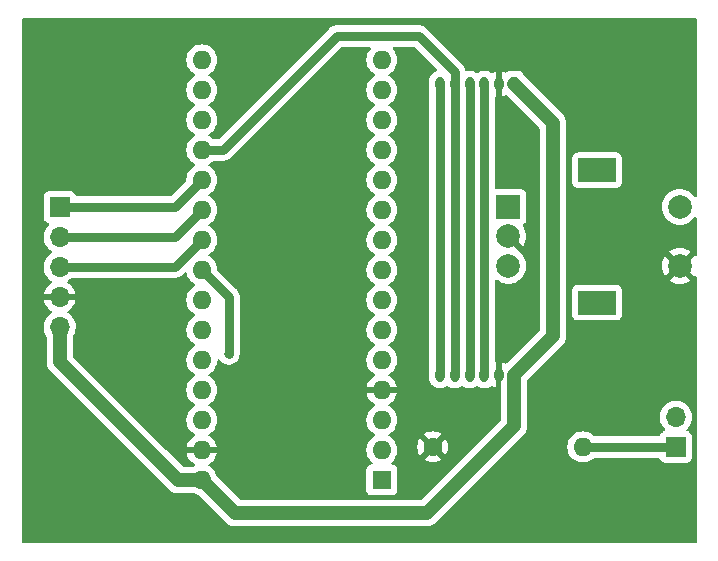
<source format=gbl>
G04 #@! TF.GenerationSoftware,KiCad,Pcbnew,(6.0.2)*
G04 #@! TF.CreationDate,2023-01-26T14:19:39+00:00*
G04 #@! TF.ProjectId,bomb-diffusal-combolock,626f6d62-2d64-4696-9666-7573616c2d63,rev?*
G04 #@! TF.SameCoordinates,Original*
G04 #@! TF.FileFunction,Copper,L2,Bot*
G04 #@! TF.FilePolarity,Positive*
%FSLAX46Y46*%
G04 Gerber Fmt 4.6, Leading zero omitted, Abs format (unit mm)*
G04 Created by KiCad (PCBNEW (6.0.2)) date 2023-01-26 14:19:39*
%MOMM*%
%LPD*%
G01*
G04 APERTURE LIST*
G04 Aperture macros list*
%AMRoundRect*
0 Rectangle with rounded corners*
0 $1 Rounding radius*
0 $2 $3 $4 $5 $6 $7 $8 $9 X,Y pos of 4 corners*
0 Add a 4 corners polygon primitive as box body*
4,1,4,$2,$3,$4,$5,$6,$7,$8,$9,$2,$3,0*
0 Add four circle primitives for the rounded corners*
1,1,$1+$1,$2,$3*
1,1,$1+$1,$4,$5*
1,1,$1+$1,$6,$7*
1,1,$1+$1,$8,$9*
0 Add four rect primitives between the rounded corners*
20,1,$1+$1,$2,$3,$4,$5,0*
20,1,$1+$1,$4,$5,$6,$7,0*
20,1,$1+$1,$6,$7,$8,$9,0*
20,1,$1+$1,$8,$9,$2,$3,0*%
G04 Aperture macros list end*
G04 #@! TA.AperFunction,ComponentPad*
%ADD10RoundRect,0.166666X0.233334X0.433334X-0.233334X0.433334X-0.233334X-0.433334X0.233334X-0.433334X0*%
G04 #@! TD*
G04 #@! TA.AperFunction,ComponentPad*
%ADD11O,0.800000X1.200000*%
G04 #@! TD*
G04 #@! TA.AperFunction,ComponentPad*
%ADD12R,2.000000X2.000000*%
G04 #@! TD*
G04 #@! TA.AperFunction,ComponentPad*
%ADD13C,2.000000*%
G04 #@! TD*
G04 #@! TA.AperFunction,ComponentPad*
%ADD14R,3.200000X2.000000*%
G04 #@! TD*
G04 #@! TA.AperFunction,ComponentPad*
%ADD15R,1.600000X1.600000*%
G04 #@! TD*
G04 #@! TA.AperFunction,ComponentPad*
%ADD16O,1.600000X1.600000*%
G04 #@! TD*
G04 #@! TA.AperFunction,ComponentPad*
%ADD17R,1.700000X1.700000*%
G04 #@! TD*
G04 #@! TA.AperFunction,ComponentPad*
%ADD18O,1.700000X1.700000*%
G04 #@! TD*
G04 #@! TA.AperFunction,ComponentPad*
%ADD19C,1.600000*%
G04 #@! TD*
G04 #@! TA.AperFunction,ViaPad*
%ADD20C,0.800000*%
G04 #@! TD*
G04 #@! TA.AperFunction,Conductor*
%ADD21C,0.800000*%
G04 #@! TD*
G04 #@! TA.AperFunction,Conductor*
%ADD22C,1.200000*%
G04 #@! TD*
G04 APERTURE END LIST*
D10*
X141224000Y-81026000D03*
D11*
X139974000Y-81026000D03*
X138724000Y-81026000D03*
X137474000Y-81026000D03*
X136224000Y-81026000D03*
X134974000Y-81026000D03*
D10*
X141224000Y-105664000D03*
D11*
X139974000Y-105664000D03*
X138724000Y-105664000D03*
X137474000Y-105664000D03*
X136224000Y-105664000D03*
X134974000Y-105664000D03*
D12*
X140768400Y-91440000D03*
D13*
X140768400Y-96440000D03*
X140768400Y-93940000D03*
D14*
X148268400Y-88340000D03*
X148268400Y-99540000D03*
D13*
X155268400Y-96440000D03*
X155268400Y-91440000D03*
D15*
X130048000Y-114554000D03*
D16*
X130048000Y-112014000D03*
X130048000Y-109474000D03*
X130048000Y-106934000D03*
X130048000Y-104394000D03*
X130048000Y-101854000D03*
X130048000Y-99314000D03*
X130048000Y-96774000D03*
X130048000Y-94234000D03*
X130048000Y-91694000D03*
X130048000Y-89154000D03*
X130048000Y-86614000D03*
X130048000Y-84074000D03*
X130048000Y-81534000D03*
X130048000Y-78994000D03*
X114808000Y-78994000D03*
X114808000Y-81534000D03*
X114808000Y-84074000D03*
X114808000Y-86614000D03*
X114808000Y-89154000D03*
X114808000Y-91694000D03*
X114808000Y-94234000D03*
X114808000Y-96774000D03*
X114808000Y-99314000D03*
X114808000Y-101854000D03*
X114808000Y-104394000D03*
X114808000Y-106934000D03*
X114808000Y-109474000D03*
X114808000Y-112014000D03*
X114808000Y-114554000D03*
D17*
X102768400Y-91440000D03*
D18*
X102768400Y-93980000D03*
X102768400Y-96520000D03*
X102768400Y-99060000D03*
X102768400Y-101600000D03*
D19*
X134366000Y-111760000D03*
D16*
X147066000Y-111760000D03*
D17*
X154940000Y-111760000D03*
D18*
X154940000Y-109220000D03*
D20*
X152146000Y-93218000D03*
X117094000Y-103886000D03*
D21*
X154940000Y-111760000D02*
X147066000Y-111760000D01*
X102768400Y-91440000D02*
X112522000Y-91440000D01*
X112522000Y-91440000D02*
X114808000Y-89154000D01*
X112522000Y-93980000D02*
X114808000Y-91694000D01*
X102768400Y-93980000D02*
X112522000Y-93980000D01*
X112522000Y-96520000D02*
X114808000Y-94234000D01*
X102768400Y-96520000D02*
X112522000Y-96520000D01*
D22*
X141224000Y-81026000D02*
X144526000Y-84328000D01*
X102768400Y-104546400D02*
X112776000Y-114554000D01*
X133858000Y-117348000D02*
X117602000Y-117348000D01*
X144526000Y-102362000D02*
X141224000Y-105664000D01*
X141224000Y-105664000D02*
X141224000Y-109982000D01*
X117602000Y-117348000D02*
X114808000Y-114554000D01*
X102768400Y-101600000D02*
X102768400Y-104546400D01*
X141224000Y-109982000D02*
X133858000Y-117348000D01*
X112776000Y-114554000D02*
X114808000Y-114554000D01*
X144526000Y-84328000D02*
X144526000Y-102362000D01*
D21*
X134974000Y-81026000D02*
X134974000Y-105664000D01*
X126238000Y-76962000D02*
X116586000Y-86614000D01*
X116586000Y-86614000D02*
X114808000Y-86614000D01*
X133160000Y-76962000D02*
X126238000Y-76962000D01*
X136224000Y-81026000D02*
X136224000Y-105664000D01*
X136224000Y-81026000D02*
X136224000Y-80026000D01*
X136224000Y-80026000D02*
X133160000Y-76962000D01*
X117094000Y-103886000D02*
X117094000Y-99060000D01*
X117094000Y-99060000D02*
X114808000Y-96774000D01*
X138724000Y-81026000D02*
X138724000Y-105664000D01*
X137474000Y-81026000D02*
X137474000Y-105664000D01*
G04 #@! TA.AperFunction,Conductor*
G36*
X156660121Y-75458002D02*
G01*
X156706614Y-75511658D01*
X156718000Y-75564000D01*
X156718000Y-90473726D01*
X156697998Y-90541847D01*
X156644342Y-90588340D01*
X156574068Y-90598444D01*
X156509488Y-90568950D01*
X156492607Y-90550558D01*
X156492576Y-90550584D01*
X156491838Y-90549720D01*
X156338369Y-90370031D01*
X156157816Y-90215824D01*
X156153608Y-90213245D01*
X156153602Y-90213241D01*
X155959583Y-90094346D01*
X155955363Y-90091760D01*
X155950793Y-90089867D01*
X155950789Y-90089865D01*
X155740567Y-90002789D01*
X155740565Y-90002788D01*
X155735994Y-90000895D01*
X155655791Y-89981640D01*
X155509924Y-89946620D01*
X155509918Y-89946619D01*
X155505111Y-89945465D01*
X155268400Y-89926835D01*
X155031689Y-89945465D01*
X155026882Y-89946619D01*
X155026876Y-89946620D01*
X154881009Y-89981640D01*
X154800806Y-90000895D01*
X154796235Y-90002788D01*
X154796233Y-90002789D01*
X154586011Y-90089865D01*
X154586007Y-90089867D01*
X154581437Y-90091760D01*
X154577217Y-90094346D01*
X154383198Y-90213241D01*
X154383192Y-90213245D01*
X154378984Y-90215824D01*
X154198431Y-90370031D01*
X154044224Y-90550584D01*
X154041645Y-90554792D01*
X154041641Y-90554798D01*
X154014895Y-90598444D01*
X153920160Y-90753037D01*
X153918267Y-90757607D01*
X153918265Y-90757611D01*
X153831189Y-90967833D01*
X153829295Y-90972406D01*
X153773865Y-91203289D01*
X153755235Y-91440000D01*
X153773865Y-91676711D01*
X153775019Y-91681518D01*
X153775020Y-91681524D01*
X153779330Y-91699475D01*
X153829295Y-91907594D01*
X153831188Y-91912165D01*
X153831189Y-91912167D01*
X153837500Y-91927402D01*
X153920160Y-92126963D01*
X153922746Y-92131183D01*
X154041641Y-92325202D01*
X154041645Y-92325208D01*
X154044224Y-92329416D01*
X154198431Y-92509969D01*
X154378984Y-92664176D01*
X154383192Y-92666755D01*
X154383198Y-92666759D01*
X154574038Y-92783706D01*
X154581437Y-92788240D01*
X154586007Y-92790133D01*
X154586011Y-92790135D01*
X154796233Y-92877211D01*
X154800806Y-92879105D01*
X154874186Y-92896722D01*
X155026876Y-92933380D01*
X155026882Y-92933381D01*
X155031689Y-92934535D01*
X155268400Y-92953165D01*
X155505111Y-92934535D01*
X155509918Y-92933381D01*
X155509924Y-92933380D01*
X155662614Y-92896722D01*
X155735994Y-92879105D01*
X155740567Y-92877211D01*
X155950789Y-92790135D01*
X155950793Y-92790133D01*
X155955363Y-92788240D01*
X155962762Y-92783706D01*
X156153602Y-92666759D01*
X156153608Y-92666755D01*
X156157816Y-92664176D01*
X156338369Y-92509969D01*
X156492576Y-92329416D01*
X156493105Y-92329868D01*
X156546285Y-92288860D01*
X156617021Y-92282783D01*
X156679813Y-92315914D01*
X156714725Y-92377734D01*
X156718000Y-92406274D01*
X156718000Y-95484952D01*
X156697998Y-95553073D01*
X156644342Y-95599566D01*
X156574068Y-95609670D01*
X156507467Y-95578388D01*
X156500509Y-95572093D01*
X156491734Y-95575876D01*
X155640422Y-96427188D01*
X155632808Y-96441132D01*
X155632939Y-96442965D01*
X155637190Y-96449580D01*
X156488690Y-97301080D01*
X156501070Y-97307840D01*
X156516491Y-97296296D01*
X156583011Y-97271485D01*
X156652385Y-97286576D01*
X156702588Y-97336779D01*
X156718000Y-97397164D01*
X156718000Y-119762000D01*
X156697998Y-119830121D01*
X156644342Y-119876614D01*
X156592000Y-119888000D01*
X99694000Y-119888000D01*
X99625879Y-119867998D01*
X99579386Y-119814342D01*
X99568000Y-119762000D01*
X99568000Y-101566695D01*
X101405651Y-101566695D01*
X101405948Y-101571848D01*
X101405948Y-101571851D01*
X101411411Y-101666590D01*
X101418510Y-101789715D01*
X101419647Y-101794761D01*
X101419648Y-101794767D01*
X101432243Y-101850654D01*
X101467622Y-102007639D01*
X101551666Y-102214616D01*
X101602420Y-102297438D01*
X101641333Y-102360939D01*
X101659900Y-102426774D01*
X101659900Y-104442143D01*
X101658989Y-104452932D01*
X101659293Y-104452954D01*
X101658854Y-104458928D01*
X101657848Y-104464846D01*
X101657979Y-104470847D01*
X101659870Y-104557499D01*
X101659900Y-104560248D01*
X101659900Y-104599246D01*
X101660184Y-104602225D01*
X101660185Y-104602243D01*
X101660603Y-104606622D01*
X101661143Y-104615836D01*
X101662463Y-104676317D01*
X101663724Y-104682175D01*
X101663725Y-104682182D01*
X101669515Y-104709074D01*
X101671767Y-104723626D01*
X101674948Y-104756966D01*
X101676638Y-104762726D01*
X101676638Y-104762727D01*
X101691976Y-104815013D01*
X101694248Y-104823961D01*
X101705718Y-104877236D01*
X101705721Y-104877247D01*
X101706982Y-104883102D01*
X101709329Y-104888618D01*
X101709330Y-104888621D01*
X101720100Y-104913932D01*
X101725059Y-104927781D01*
X101734492Y-104959934D01*
X101762197Y-105013726D01*
X101766110Y-105022060D01*
X101789800Y-105077736D01*
X101808512Y-105105530D01*
X101816003Y-105118197D01*
X101828594Y-105142646D01*
X101828598Y-105142653D01*
X101831342Y-105147980D01*
X101851859Y-105174100D01*
X101868703Y-105195543D01*
X101874137Y-105203009D01*
X101905391Y-105249433D01*
X101905402Y-105249448D01*
X101907928Y-105253199D01*
X101911669Y-105257324D01*
X101932274Y-105277929D01*
X101942265Y-105289191D01*
X101958298Y-105309603D01*
X101958302Y-105309608D01*
X101962004Y-105314320D01*
X101966535Y-105318252D01*
X101966540Y-105318257D01*
X102009016Y-105355116D01*
X102015531Y-105361186D01*
X111918449Y-115264105D01*
X111925435Y-115272379D01*
X111925665Y-115272180D01*
X111929588Y-115276725D01*
X111933054Y-115281611D01*
X111937381Y-115285753D01*
X112000016Y-115345713D01*
X112001980Y-115347636D01*
X112029540Y-115375196D01*
X112031850Y-115377103D01*
X112035259Y-115379918D01*
X112042163Y-115386060D01*
X112085850Y-115427881D01*
X112090889Y-115431135D01*
X112090892Y-115431137D01*
X112113993Y-115446053D01*
X112125877Y-115454751D01*
X112147081Y-115472262D01*
X112147090Y-115472268D01*
X112151706Y-115476080D01*
X112204817Y-115505097D01*
X112212698Y-115509786D01*
X112263548Y-115542620D01*
X112269115Y-115544863D01*
X112269116Y-115544864D01*
X112294625Y-115555144D01*
X112307931Y-115561433D01*
X112337330Y-115577496D01*
X112394969Y-115595947D01*
X112403607Y-115599066D01*
X112459737Y-115621686D01*
X112465622Y-115622835D01*
X112465628Y-115622837D01*
X112492612Y-115628106D01*
X112506876Y-115631769D01*
X112538781Y-115641982D01*
X112544726Y-115642696D01*
X112544739Y-115642699D01*
X112598855Y-115649200D01*
X112607975Y-115650636D01*
X112662875Y-115661357D01*
X112662880Y-115661358D01*
X112667337Y-115662228D01*
X112672899Y-115662500D01*
X112702041Y-115662500D01*
X112717069Y-115663399D01*
X112742847Y-115666496D01*
X112742851Y-115666496D01*
X112748794Y-115667210D01*
X112754770Y-115666787D01*
X112754773Y-115666787D01*
X112810868Y-115662815D01*
X112819767Y-115662500D01*
X114070074Y-115662500D01*
X114142344Y-115685287D01*
X114146737Y-115688363D01*
X114146743Y-115688367D01*
X114151251Y-115691523D01*
X114156233Y-115693846D01*
X114156238Y-115693849D01*
X114353775Y-115785961D01*
X114358757Y-115788284D01*
X114364065Y-115789706D01*
X114364067Y-115789707D01*
X114399604Y-115799229D01*
X114484432Y-115821958D01*
X114540915Y-115854570D01*
X116744449Y-118058105D01*
X116751435Y-118066379D01*
X116751665Y-118066180D01*
X116755588Y-118070725D01*
X116759054Y-118075611D01*
X116763381Y-118079753D01*
X116826017Y-118139714D01*
X116827981Y-118141637D01*
X116855540Y-118169196D01*
X116857850Y-118171103D01*
X116861259Y-118173918D01*
X116868163Y-118180060D01*
X116911850Y-118221881D01*
X116916889Y-118225135D01*
X116916892Y-118225137D01*
X116939993Y-118240053D01*
X116951877Y-118248751D01*
X116973081Y-118266262D01*
X116973090Y-118266268D01*
X116977706Y-118270080D01*
X117030817Y-118299097D01*
X117038698Y-118303786D01*
X117089548Y-118336620D01*
X117095115Y-118338863D01*
X117095116Y-118338864D01*
X117120625Y-118349144D01*
X117133931Y-118355433D01*
X117163330Y-118371496D01*
X117220969Y-118389947D01*
X117229607Y-118393066D01*
X117285737Y-118415686D01*
X117291622Y-118416835D01*
X117291628Y-118416837D01*
X117318612Y-118422106D01*
X117332876Y-118425769D01*
X117364781Y-118435982D01*
X117370726Y-118436696D01*
X117370739Y-118436699D01*
X117424855Y-118443200D01*
X117433975Y-118444636D01*
X117488875Y-118455357D01*
X117488880Y-118455358D01*
X117493337Y-118456228D01*
X117498899Y-118456500D01*
X117528041Y-118456500D01*
X117543069Y-118457399D01*
X117568847Y-118460496D01*
X117568851Y-118460496D01*
X117574794Y-118461210D01*
X117580770Y-118460787D01*
X117580773Y-118460787D01*
X117636868Y-118456815D01*
X117645767Y-118456500D01*
X133753743Y-118456500D01*
X133764532Y-118457411D01*
X133764554Y-118457107D01*
X133770528Y-118457546D01*
X133776446Y-118458552D01*
X133869100Y-118456530D01*
X133871848Y-118456500D01*
X133910846Y-118456500D01*
X133913825Y-118456216D01*
X133913843Y-118456215D01*
X133918222Y-118455797D01*
X133927436Y-118455257D01*
X133959088Y-118454566D01*
X133981920Y-118454068D01*
X133981921Y-118454068D01*
X133987917Y-118453937D01*
X133993775Y-118452676D01*
X133993782Y-118452675D01*
X134020674Y-118446885D01*
X134035226Y-118444633D01*
X134050244Y-118443200D01*
X134068566Y-118441452D01*
X134074327Y-118439762D01*
X134126613Y-118424424D01*
X134135561Y-118422152D01*
X134188836Y-118410682D01*
X134188847Y-118410679D01*
X134194702Y-118409418D01*
X134200218Y-118407071D01*
X134200221Y-118407070D01*
X134225532Y-118396300D01*
X134239381Y-118391341D01*
X134271534Y-118381908D01*
X134325326Y-118354203D01*
X134333660Y-118350290D01*
X134389336Y-118326600D01*
X134417130Y-118307888D01*
X134429797Y-118300397D01*
X134454246Y-118287806D01*
X134454253Y-118287802D01*
X134459580Y-118285058D01*
X134505801Y-118248751D01*
X134507143Y-118247697D01*
X134514609Y-118242263D01*
X134561033Y-118211009D01*
X134561048Y-118210998D01*
X134564799Y-118208472D01*
X134568924Y-118204731D01*
X134589529Y-118184126D01*
X134600791Y-118174135D01*
X134621203Y-118158102D01*
X134621208Y-118158098D01*
X134625920Y-118154396D01*
X134629852Y-118149865D01*
X134629857Y-118149860D01*
X134666716Y-118107384D01*
X134672786Y-118100869D01*
X141013656Y-111760000D01*
X145752502Y-111760000D01*
X145772457Y-111988087D01*
X145773881Y-111993400D01*
X145773881Y-111993402D01*
X145811025Y-112132022D01*
X145831716Y-112209243D01*
X145834039Y-112214224D01*
X145834039Y-112214225D01*
X145926151Y-112411762D01*
X145926154Y-112411767D01*
X145928477Y-112416749D01*
X146059802Y-112604300D01*
X146221700Y-112766198D01*
X146226208Y-112769355D01*
X146226211Y-112769357D01*
X146304389Y-112824098D01*
X146409251Y-112897523D01*
X146414233Y-112899846D01*
X146414238Y-112899849D01*
X146583212Y-112978642D01*
X146616757Y-112994284D01*
X146622065Y-112995706D01*
X146622067Y-112995707D01*
X146832598Y-113052119D01*
X146832600Y-113052119D01*
X146837913Y-113053543D01*
X147066000Y-113073498D01*
X147294087Y-113053543D01*
X147299400Y-113052119D01*
X147299402Y-113052119D01*
X147509933Y-112995707D01*
X147509935Y-112995706D01*
X147515243Y-112994284D01*
X147548788Y-112978642D01*
X147717762Y-112899849D01*
X147717767Y-112899846D01*
X147722749Y-112897523D01*
X147827611Y-112824098D01*
X147905789Y-112769357D01*
X147905792Y-112769355D01*
X147910300Y-112766198D01*
X147971093Y-112705405D01*
X148033405Y-112671379D01*
X148060188Y-112668500D01*
X153481502Y-112668500D01*
X153549623Y-112688502D01*
X153596116Y-112742158D01*
X153599484Y-112750270D01*
X153630711Y-112833566D01*
X153639385Y-112856705D01*
X153726739Y-112973261D01*
X153843295Y-113060615D01*
X153979684Y-113111745D01*
X154041866Y-113118500D01*
X155838134Y-113118500D01*
X155900316Y-113111745D01*
X156036705Y-113060615D01*
X156153261Y-112973261D01*
X156240615Y-112856705D01*
X156291745Y-112720316D01*
X156298500Y-112658134D01*
X156298500Y-110861866D01*
X156291745Y-110799684D01*
X156240615Y-110663295D01*
X156153261Y-110546739D01*
X156036705Y-110459385D01*
X156011852Y-110450068D01*
X155918203Y-110414960D01*
X155861439Y-110372318D01*
X155836739Y-110305756D01*
X155851947Y-110236408D01*
X155873493Y-110207727D01*
X155946217Y-110135257D01*
X155978096Y-110103489D01*
X155987313Y-110090663D01*
X156105435Y-109926277D01*
X156108453Y-109922077D01*
X156207430Y-109721811D01*
X156272370Y-109508069D01*
X156301529Y-109286590D01*
X156303156Y-109220000D01*
X156284852Y-108997361D01*
X156230431Y-108780702D01*
X156141354Y-108575840D01*
X156071461Y-108467802D01*
X156022822Y-108392617D01*
X156022820Y-108392614D01*
X156020014Y-108388277D01*
X155869670Y-108223051D01*
X155865619Y-108219852D01*
X155865615Y-108219848D01*
X155698414Y-108087800D01*
X155698410Y-108087798D01*
X155694359Y-108084598D01*
X155498789Y-107976638D01*
X155493920Y-107974914D01*
X155493916Y-107974912D01*
X155293087Y-107903795D01*
X155293083Y-107903794D01*
X155288212Y-107902069D01*
X155283119Y-107901162D01*
X155283116Y-107901161D01*
X155073373Y-107863800D01*
X155073367Y-107863799D01*
X155068284Y-107862894D01*
X154994452Y-107861992D01*
X154850081Y-107860228D01*
X154850079Y-107860228D01*
X154844911Y-107860165D01*
X154624091Y-107893955D01*
X154411756Y-107963357D01*
X154213607Y-108066507D01*
X154209474Y-108069610D01*
X154209471Y-108069612D01*
X154039100Y-108197530D01*
X154034965Y-108200635D01*
X153880629Y-108362138D01*
X153754743Y-108546680D01*
X153660688Y-108749305D01*
X153600989Y-108964570D01*
X153577251Y-109186695D01*
X153577548Y-109191848D01*
X153577548Y-109191851D01*
X153583011Y-109286590D01*
X153590110Y-109409715D01*
X153591247Y-109414761D01*
X153591248Y-109414767D01*
X153603843Y-109470654D01*
X153639222Y-109627639D01*
X153723266Y-109834616D01*
X153725965Y-109839020D01*
X153789499Y-109942698D01*
X153839987Y-110025088D01*
X153986250Y-110193938D01*
X153990230Y-110197242D01*
X153994981Y-110201187D01*
X154034616Y-110260090D01*
X154036113Y-110331071D01*
X153998997Y-110391593D01*
X153958725Y-110416112D01*
X153868148Y-110450068D01*
X153843295Y-110459385D01*
X153726739Y-110546739D01*
X153639385Y-110663295D01*
X153636233Y-110671703D01*
X153599484Y-110769730D01*
X153556842Y-110826494D01*
X153490281Y-110851194D01*
X153481502Y-110851500D01*
X148060188Y-110851500D01*
X147992067Y-110831498D01*
X147971093Y-110814595D01*
X147910300Y-110753802D01*
X147905792Y-110750645D01*
X147905789Y-110750643D01*
X147800613Y-110676998D01*
X147722749Y-110622477D01*
X147717767Y-110620154D01*
X147717762Y-110620151D01*
X147520225Y-110528039D01*
X147520224Y-110528039D01*
X147515243Y-110525716D01*
X147509935Y-110524294D01*
X147509933Y-110524293D01*
X147299402Y-110467881D01*
X147299400Y-110467881D01*
X147294087Y-110466457D01*
X147066000Y-110446502D01*
X146837913Y-110466457D01*
X146832600Y-110467881D01*
X146832598Y-110467881D01*
X146622067Y-110524293D01*
X146622065Y-110524294D01*
X146616757Y-110525716D01*
X146611776Y-110528039D01*
X146611775Y-110528039D01*
X146414238Y-110620151D01*
X146414233Y-110620154D01*
X146409251Y-110622477D01*
X146331387Y-110676998D01*
X146226211Y-110750643D01*
X146226208Y-110750645D01*
X146221700Y-110753802D01*
X146059802Y-110915700D01*
X145928477Y-111103251D01*
X145926154Y-111108233D01*
X145926151Y-111108238D01*
X145834039Y-111305775D01*
X145831716Y-111310757D01*
X145830294Y-111316065D01*
X145830293Y-111316067D01*
X145809019Y-111395461D01*
X145772457Y-111531913D01*
X145752502Y-111760000D01*
X141013656Y-111760000D01*
X141934105Y-110839551D01*
X141942379Y-110832565D01*
X141942180Y-110832335D01*
X141946725Y-110828412D01*
X141951611Y-110824946D01*
X142015713Y-110757984D01*
X142017636Y-110756020D01*
X142045196Y-110728460D01*
X142049921Y-110722739D01*
X142056043Y-110715855D01*
X142097881Y-110672150D01*
X142101133Y-110667114D01*
X142101136Y-110667110D01*
X142116053Y-110644008D01*
X142124749Y-110632126D01*
X142142262Y-110610919D01*
X142142264Y-110610916D01*
X142146080Y-110606295D01*
X142175087Y-110553203D01*
X142179798Y-110545283D01*
X142212620Y-110494452D01*
X142217092Y-110483357D01*
X142225142Y-110463381D01*
X142231435Y-110450068D01*
X142244618Y-110425938D01*
X142247496Y-110420671D01*
X142249324Y-110414959D01*
X142249327Y-110414953D01*
X142265941Y-110363049D01*
X142269072Y-110354375D01*
X142291686Y-110298263D01*
X142298105Y-110265392D01*
X142301768Y-110251125D01*
X142310152Y-110224936D01*
X142310154Y-110224925D01*
X142311981Y-110219219D01*
X142312696Y-110213267D01*
X142319196Y-110159159D01*
X142320633Y-110150038D01*
X142331357Y-110095122D01*
X142332228Y-110090663D01*
X142332500Y-110085101D01*
X142332500Y-110055951D01*
X142333399Y-110040923D01*
X142336495Y-110015154D01*
X142336495Y-110015150D01*
X142337209Y-110009207D01*
X142332815Y-109947147D01*
X142332500Y-109938248D01*
X142332500Y-106175345D01*
X142352502Y-106107224D01*
X142369405Y-106086250D01*
X145236105Y-103219551D01*
X145244379Y-103212565D01*
X145244180Y-103212335D01*
X145248725Y-103208412D01*
X145253611Y-103204946D01*
X145317714Y-103137983D01*
X145319637Y-103136019D01*
X145347196Y-103108460D01*
X145351921Y-103102739D01*
X145358043Y-103095855D01*
X145399881Y-103052150D01*
X145403133Y-103047114D01*
X145403136Y-103047110D01*
X145418053Y-103024008D01*
X145426749Y-103012126D01*
X145444262Y-102990919D01*
X145444264Y-102990916D01*
X145448080Y-102986295D01*
X145477087Y-102933203D01*
X145481798Y-102925283D01*
X145514620Y-102874452D01*
X145519092Y-102863357D01*
X145527142Y-102843381D01*
X145533435Y-102830068D01*
X145546618Y-102805938D01*
X145549496Y-102800671D01*
X145551324Y-102794959D01*
X145551327Y-102794953D01*
X145567941Y-102743049D01*
X145571072Y-102734375D01*
X145593686Y-102678263D01*
X145600105Y-102645392D01*
X145603768Y-102631125D01*
X145612152Y-102604936D01*
X145612154Y-102604925D01*
X145613981Y-102599219D01*
X145614696Y-102593267D01*
X145621196Y-102539159D01*
X145622633Y-102530038D01*
X145633357Y-102475122D01*
X145634228Y-102470663D01*
X145634500Y-102465101D01*
X145634500Y-102435951D01*
X145635399Y-102420923D01*
X145638495Y-102395154D01*
X145638495Y-102395150D01*
X145639209Y-102389207D01*
X145636615Y-102352561D01*
X145634815Y-102327147D01*
X145634500Y-102318248D01*
X145634500Y-100588134D01*
X146159900Y-100588134D01*
X146166655Y-100650316D01*
X146217785Y-100786705D01*
X146305139Y-100903261D01*
X146421695Y-100990615D01*
X146558084Y-101041745D01*
X146620266Y-101048500D01*
X149916534Y-101048500D01*
X149978716Y-101041745D01*
X150115105Y-100990615D01*
X150231661Y-100903261D01*
X150319015Y-100786705D01*
X150370145Y-100650316D01*
X150376900Y-100588134D01*
X150376900Y-98491866D01*
X150370145Y-98429684D01*
X150319015Y-98293295D01*
X150231661Y-98176739D01*
X150115105Y-98089385D01*
X149978716Y-98038255D01*
X149916534Y-98031500D01*
X146620266Y-98031500D01*
X146558084Y-98038255D01*
X146421695Y-98089385D01*
X146305139Y-98176739D01*
X146217785Y-98293295D01*
X146166655Y-98429684D01*
X146159900Y-98491866D01*
X146159900Y-100588134D01*
X145634500Y-100588134D01*
X145634500Y-97672670D01*
X154400560Y-97672670D01*
X154406287Y-97680320D01*
X154577442Y-97785205D01*
X154586237Y-97789687D01*
X154796388Y-97876734D01*
X154805773Y-97879783D01*
X155026954Y-97932885D01*
X155036701Y-97934428D01*
X155263470Y-97952275D01*
X155273330Y-97952275D01*
X155500099Y-97934428D01*
X155509846Y-97932885D01*
X155731027Y-97879783D01*
X155740412Y-97876734D01*
X155950563Y-97789687D01*
X155959358Y-97785205D01*
X156126845Y-97682568D01*
X156136307Y-97672110D01*
X156132524Y-97663334D01*
X155281212Y-96812022D01*
X155267268Y-96804408D01*
X155265435Y-96804539D01*
X155258820Y-96808790D01*
X154407320Y-97660290D01*
X154400560Y-97672670D01*
X145634500Y-97672670D01*
X145634500Y-96444930D01*
X153756125Y-96444930D01*
X153773972Y-96671699D01*
X153775515Y-96681446D01*
X153828617Y-96902627D01*
X153831666Y-96912012D01*
X153918713Y-97122163D01*
X153923195Y-97130958D01*
X154025832Y-97298445D01*
X154036290Y-97307907D01*
X154045066Y-97304124D01*
X154896378Y-96452812D01*
X154903992Y-96438868D01*
X154903861Y-96437035D01*
X154899610Y-96430420D01*
X154048110Y-95578920D01*
X154035730Y-95572160D01*
X154028080Y-95577887D01*
X153923195Y-95749042D01*
X153918713Y-95757837D01*
X153831666Y-95967988D01*
X153828617Y-95977373D01*
X153775515Y-96198554D01*
X153773972Y-96208301D01*
X153756125Y-96435070D01*
X153756125Y-96444930D01*
X145634500Y-96444930D01*
X145634500Y-95207890D01*
X154400493Y-95207890D01*
X154404276Y-95216666D01*
X155255588Y-96067978D01*
X155269532Y-96075592D01*
X155271365Y-96075461D01*
X155277980Y-96071210D01*
X156129480Y-95219710D01*
X156136240Y-95207330D01*
X156130513Y-95199680D01*
X155959358Y-95094795D01*
X155950563Y-95090313D01*
X155740412Y-95003266D01*
X155731027Y-95000217D01*
X155509846Y-94947115D01*
X155500099Y-94945572D01*
X155273330Y-94927725D01*
X155263470Y-94927725D01*
X155036701Y-94945572D01*
X155026954Y-94947115D01*
X154805773Y-95000217D01*
X154796388Y-95003266D01*
X154586237Y-95090313D01*
X154577442Y-95094795D01*
X154409955Y-95197432D01*
X154400493Y-95207890D01*
X145634500Y-95207890D01*
X145634500Y-89388134D01*
X146159900Y-89388134D01*
X146166655Y-89450316D01*
X146217785Y-89586705D01*
X146305139Y-89703261D01*
X146421695Y-89790615D01*
X146558084Y-89841745D01*
X146620266Y-89848500D01*
X149916534Y-89848500D01*
X149978716Y-89841745D01*
X150115105Y-89790615D01*
X150231661Y-89703261D01*
X150319015Y-89586705D01*
X150370145Y-89450316D01*
X150376900Y-89388134D01*
X150376900Y-87291866D01*
X150370145Y-87229684D01*
X150319015Y-87093295D01*
X150231661Y-86976739D01*
X150115105Y-86889385D01*
X149978716Y-86838255D01*
X149916534Y-86831500D01*
X146620266Y-86831500D01*
X146558084Y-86838255D01*
X146421695Y-86889385D01*
X146305139Y-86976739D01*
X146217785Y-87093295D01*
X146166655Y-87229684D01*
X146159900Y-87291866D01*
X146159900Y-89388134D01*
X145634500Y-89388134D01*
X145634500Y-84432252D01*
X145635410Y-84421469D01*
X145635106Y-84421447D01*
X145635545Y-84415471D01*
X145636551Y-84409554D01*
X145634530Y-84316926D01*
X145634500Y-84314178D01*
X145634500Y-84275154D01*
X145633795Y-84267769D01*
X145633256Y-84258556D01*
X145632068Y-84204079D01*
X145632068Y-84204077D01*
X145631937Y-84198082D01*
X145624885Y-84165325D01*
X145622633Y-84150774D01*
X145620022Y-84123410D01*
X145619452Y-84117434D01*
X145617762Y-84111673D01*
X145602424Y-84059388D01*
X145600152Y-84050440D01*
X145588682Y-83997164D01*
X145588679Y-83997153D01*
X145587418Y-83991298D01*
X145574300Y-83960468D01*
X145569341Y-83946619D01*
X145559908Y-83914466D01*
X145532203Y-83860674D01*
X145528287Y-83852333D01*
X145525556Y-83845913D01*
X145504600Y-83796664D01*
X145485888Y-83768870D01*
X145478397Y-83756203D01*
X145465806Y-83731754D01*
X145465802Y-83731747D01*
X145463058Y-83726420D01*
X145442541Y-83700300D01*
X145425697Y-83678857D01*
X145420263Y-83671391D01*
X145389013Y-83624974D01*
X145389007Y-83624966D01*
X145386472Y-83621201D01*
X145382731Y-83617075D01*
X145362123Y-83596467D01*
X145352132Y-83585205D01*
X145336102Y-83564797D01*
X145336098Y-83564793D01*
X145332396Y-83560080D01*
X145285391Y-83519291D01*
X145278877Y-83513221D01*
X142086082Y-80320426D01*
X142067401Y-80296602D01*
X142026027Y-80228284D01*
X141992548Y-80173004D01*
X141876996Y-80057452D01*
X141737215Y-79972798D01*
X141729968Y-79970527D01*
X141729966Y-79970526D01*
X141635747Y-79941000D01*
X141581277Y-79923930D01*
X141511301Y-79917500D01*
X141297960Y-79917500D01*
X141282933Y-79916601D01*
X141257154Y-79913504D01*
X141257150Y-79913504D01*
X141251207Y-79912790D01*
X141245232Y-79913213D01*
X141245229Y-79913213D01*
X141189128Y-79917186D01*
X141180228Y-79917501D01*
X140936700Y-79917501D01*
X140933842Y-79917764D01*
X140933833Y-79917764D01*
X140900396Y-79920836D01*
X140866723Y-79923930D01*
X140860345Y-79925929D01*
X140860344Y-79925929D01*
X140718034Y-79970526D01*
X140718032Y-79970527D01*
X140710785Y-79972798D01*
X140693000Y-79983569D01*
X140582597Y-80050431D01*
X140513967Y-80068610D01*
X140443263Y-80044590D01*
X140435839Y-80039196D01*
X140424471Y-80032632D01*
X140262161Y-79960367D01*
X140249675Y-79956310D01*
X140245722Y-79955470D01*
X140231659Y-79956543D01*
X140228000Y-79966497D01*
X140228000Y-80502090D01*
X140219982Y-80546319D01*
X140148906Y-80735917D01*
X140113448Y-80944446D01*
X140118063Y-81155917D01*
X140162582Y-81362702D01*
X140164927Y-81368214D01*
X140164928Y-81368216D01*
X140217941Y-81492804D01*
X140228000Y-81542137D01*
X140228000Y-82082182D01*
X140231973Y-82095713D01*
X140242468Y-82097222D01*
X140249675Y-82095690D01*
X140262161Y-82091633D01*
X140424471Y-82019368D01*
X140435839Y-82012804D01*
X140443263Y-82007410D01*
X140510130Y-81983551D01*
X140582597Y-82001569D01*
X140694605Y-82069403D01*
X140718429Y-82088084D01*
X143380595Y-84750251D01*
X143414621Y-84812563D01*
X143417500Y-84839346D01*
X143417500Y-101850654D01*
X143397498Y-101918775D01*
X143380595Y-101939749D01*
X140718426Y-104601918D01*
X140694602Y-104620599D01*
X140582597Y-104688431D01*
X140513967Y-104706610D01*
X140443263Y-104682590D01*
X140435839Y-104677196D01*
X140424471Y-104670632D01*
X140262161Y-104598367D01*
X140249675Y-104594310D01*
X140245722Y-104593470D01*
X140231659Y-104594543D01*
X140228000Y-104604497D01*
X140228000Y-105142827D01*
X140212573Y-105203238D01*
X140200504Y-105225329D01*
X140198676Y-105231041D01*
X140198673Y-105231047D01*
X140182059Y-105282951D01*
X140178928Y-105291625D01*
X140156314Y-105347737D01*
X140153688Y-105361186D01*
X140149895Y-105380608D01*
X140146232Y-105394875D01*
X140143517Y-105403357D01*
X140136019Y-105426781D01*
X140135305Y-105432728D01*
X140135303Y-105432735D01*
X140128802Y-105486846D01*
X140127366Y-105495967D01*
X140115772Y-105555337D01*
X140115500Y-105560899D01*
X140115500Y-105590040D01*
X140114601Y-105605068D01*
X140111504Y-105630845D01*
X140111504Y-105630851D01*
X140110790Y-105636793D01*
X140111213Y-105642768D01*
X140111213Y-105642771D01*
X140115185Y-105698863D01*
X140115500Y-105707762D01*
X140115500Y-109470654D01*
X140095498Y-109538775D01*
X140078595Y-109559749D01*
X133435749Y-116202595D01*
X133373437Y-116236621D01*
X133346654Y-116239500D01*
X118113346Y-116239500D01*
X118045225Y-116219498D01*
X118024251Y-116202595D01*
X116108570Y-114286914D01*
X116075958Y-114230430D01*
X116043707Y-114110067D01*
X116043706Y-114110065D01*
X116042284Y-114104757D01*
X116039961Y-114099775D01*
X115947849Y-113902238D01*
X115947846Y-113902233D01*
X115945523Y-113897251D01*
X115814198Y-113709700D01*
X115652300Y-113547802D01*
X115647792Y-113544645D01*
X115647789Y-113544643D01*
X115477632Y-113425498D01*
X115464749Y-113416477D01*
X115459767Y-113414154D01*
X115459762Y-113414151D01*
X115424951Y-113397919D01*
X115371666Y-113351002D01*
X115352205Y-113282725D01*
X115372747Y-113214765D01*
X115424951Y-113169529D01*
X115459511Y-113153414D01*
X115469007Y-113147931D01*
X115647467Y-113022972D01*
X115655875Y-113015916D01*
X115809916Y-112861875D01*
X115816972Y-112853467D01*
X115941931Y-112675007D01*
X115947414Y-112665511D01*
X116039490Y-112468053D01*
X116043236Y-112457761D01*
X116089394Y-112285497D01*
X116089058Y-112271401D01*
X116081116Y-112268000D01*
X113540033Y-112268000D01*
X113526502Y-112271973D01*
X113525273Y-112280522D01*
X113572764Y-112457761D01*
X113576510Y-112468053D01*
X113668586Y-112665511D01*
X113674069Y-112675007D01*
X113799028Y-112853467D01*
X113806084Y-112861875D01*
X113960125Y-113015916D01*
X113968533Y-113022972D01*
X114146993Y-113147931D01*
X114156489Y-113153414D01*
X114191049Y-113169529D01*
X114244334Y-113216446D01*
X114263795Y-113284723D01*
X114243253Y-113352683D01*
X114191049Y-113397919D01*
X114156238Y-113414151D01*
X114156233Y-113414154D01*
X114151251Y-113416477D01*
X114146743Y-113419633D01*
X114146737Y-113419637D01*
X114142344Y-113422713D01*
X114070074Y-113445500D01*
X113287346Y-113445500D01*
X113219225Y-113425498D01*
X113198251Y-113408595D01*
X111803656Y-112014000D01*
X128734502Y-112014000D01*
X128754457Y-112242087D01*
X128755881Y-112247400D01*
X128755881Y-112247402D01*
X128802399Y-112421006D01*
X128813716Y-112463243D01*
X128816039Y-112468224D01*
X128816039Y-112468225D01*
X128908151Y-112665762D01*
X128908154Y-112665767D01*
X128910477Y-112670749D01*
X128950365Y-112727715D01*
X129034798Y-112848297D01*
X129041802Y-112858300D01*
X129203700Y-113020198D01*
X129208211Y-113023357D01*
X129212424Y-113026892D01*
X129211473Y-113028026D01*
X129251471Y-113078071D01*
X129258776Y-113148690D01*
X129226742Y-113212049D01*
X129165538Y-113248030D01*
X129148483Y-113251082D01*
X129137684Y-113252255D01*
X129001295Y-113303385D01*
X128884739Y-113390739D01*
X128797385Y-113507295D01*
X128746255Y-113643684D01*
X128739500Y-113705866D01*
X128739500Y-115402134D01*
X128746255Y-115464316D01*
X128797385Y-115600705D01*
X128884739Y-115717261D01*
X129001295Y-115804615D01*
X129137684Y-115855745D01*
X129199866Y-115862500D01*
X130896134Y-115862500D01*
X130958316Y-115855745D01*
X131094705Y-115804615D01*
X131211261Y-115717261D01*
X131298615Y-115600705D01*
X131349745Y-115464316D01*
X131356500Y-115402134D01*
X131356500Y-113705866D01*
X131349745Y-113643684D01*
X131298615Y-113507295D01*
X131211261Y-113390739D01*
X131094705Y-113303385D01*
X130958316Y-113252255D01*
X130947526Y-113251083D01*
X130945394Y-113250197D01*
X130942778Y-113249575D01*
X130942879Y-113249152D01*
X130881965Y-113223845D01*
X130841537Y-113165483D01*
X130839078Y-113094529D01*
X130875371Y-113033510D01*
X130884035Y-113026507D01*
X130887790Y-113023356D01*
X130892300Y-113020198D01*
X131054198Y-112858300D01*
X131061203Y-112848297D01*
X131062768Y-112846062D01*
X133644493Y-112846062D01*
X133653789Y-112858077D01*
X133704994Y-112893931D01*
X133714489Y-112899414D01*
X133911947Y-112991490D01*
X133922239Y-112995236D01*
X134132688Y-113051625D01*
X134143481Y-113053528D01*
X134360525Y-113072517D01*
X134371475Y-113072517D01*
X134588519Y-113053528D01*
X134599312Y-113051625D01*
X134809761Y-112995236D01*
X134820053Y-112991490D01*
X135017511Y-112899414D01*
X135027006Y-112893931D01*
X135079048Y-112857491D01*
X135087424Y-112847012D01*
X135080356Y-112833566D01*
X134378812Y-112132022D01*
X134364868Y-112124408D01*
X134363035Y-112124539D01*
X134356420Y-112128790D01*
X133650923Y-112834287D01*
X133644493Y-112846062D01*
X131062768Y-112846062D01*
X131145635Y-112727715D01*
X131185523Y-112670749D01*
X131187846Y-112665767D01*
X131187849Y-112665762D01*
X131279961Y-112468225D01*
X131279961Y-112468224D01*
X131282284Y-112463243D01*
X131293602Y-112421006D01*
X131340119Y-112247402D01*
X131340119Y-112247400D01*
X131341543Y-112242087D01*
X131361498Y-112014000D01*
X131341543Y-111785913D01*
X131336067Y-111765475D01*
X133053483Y-111765475D01*
X133072472Y-111982519D01*
X133074375Y-111993312D01*
X133130764Y-112203761D01*
X133134510Y-112214053D01*
X133226586Y-112411511D01*
X133232069Y-112421006D01*
X133268509Y-112473048D01*
X133278988Y-112481424D01*
X133292434Y-112474356D01*
X133993978Y-111772812D01*
X134000356Y-111761132D01*
X134730408Y-111761132D01*
X134730539Y-111762965D01*
X134734790Y-111769580D01*
X135440287Y-112475077D01*
X135452062Y-112481507D01*
X135464077Y-112472211D01*
X135499931Y-112421006D01*
X135505414Y-112411511D01*
X135597490Y-112214053D01*
X135601236Y-112203761D01*
X135657625Y-111993312D01*
X135659528Y-111982519D01*
X135678517Y-111765475D01*
X135678517Y-111754525D01*
X135659528Y-111537481D01*
X135657625Y-111526688D01*
X135601236Y-111316239D01*
X135597490Y-111305947D01*
X135505414Y-111108489D01*
X135499931Y-111098994D01*
X135463491Y-111046952D01*
X135453012Y-111038576D01*
X135439566Y-111045644D01*
X134738022Y-111747188D01*
X134730408Y-111761132D01*
X134000356Y-111761132D01*
X134001592Y-111758868D01*
X134001461Y-111757035D01*
X133997210Y-111750420D01*
X133291713Y-111044923D01*
X133279938Y-111038493D01*
X133267923Y-111047789D01*
X133232069Y-111098994D01*
X133226586Y-111108489D01*
X133134510Y-111305947D01*
X133130764Y-111316239D01*
X133074375Y-111526688D01*
X133072472Y-111537481D01*
X133053483Y-111754525D01*
X133053483Y-111765475D01*
X131336067Y-111765475D01*
X131282284Y-111564757D01*
X131203402Y-111395592D01*
X131187849Y-111362238D01*
X131187846Y-111362233D01*
X131185523Y-111357251D01*
X131054198Y-111169700D01*
X130892300Y-111007802D01*
X130887792Y-111004645D01*
X130887789Y-111004643D01*
X130760765Y-110915700D01*
X130704749Y-110876477D01*
X130699767Y-110874154D01*
X130699762Y-110874151D01*
X130665543Y-110858195D01*
X130612258Y-110811278D01*
X130592797Y-110743001D01*
X130613339Y-110675041D01*
X130615708Y-110672988D01*
X133644576Y-110672988D01*
X133651644Y-110686434D01*
X134353188Y-111387978D01*
X134367132Y-111395592D01*
X134368965Y-111395461D01*
X134375580Y-111391210D01*
X135081077Y-110685713D01*
X135087507Y-110673938D01*
X135078211Y-110661923D01*
X135027006Y-110626069D01*
X135017511Y-110620586D01*
X134820053Y-110528510D01*
X134809761Y-110524764D01*
X134599312Y-110468375D01*
X134588519Y-110466472D01*
X134371475Y-110447483D01*
X134360525Y-110447483D01*
X134143481Y-110466472D01*
X134132688Y-110468375D01*
X133922239Y-110524764D01*
X133911947Y-110528510D01*
X133714489Y-110620586D01*
X133704994Y-110626069D01*
X133652952Y-110662509D01*
X133644576Y-110672988D01*
X130615708Y-110672988D01*
X130665543Y-110629805D01*
X130699762Y-110613849D01*
X130699767Y-110613846D01*
X130704749Y-110611523D01*
X130864747Y-110499491D01*
X130887789Y-110483357D01*
X130887792Y-110483355D01*
X130892300Y-110480198D01*
X131054198Y-110318300D01*
X131062982Y-110305756D01*
X131131622Y-110207727D01*
X131185523Y-110130749D01*
X131187846Y-110125767D01*
X131187849Y-110125762D01*
X131279961Y-109928225D01*
X131279961Y-109928224D01*
X131282284Y-109923243D01*
X131283840Y-109917438D01*
X131340119Y-109707402D01*
X131340119Y-109707400D01*
X131341543Y-109702087D01*
X131361498Y-109474000D01*
X131341543Y-109245913D01*
X131327057Y-109191851D01*
X131283707Y-109030067D01*
X131283706Y-109030065D01*
X131282284Y-109024757D01*
X131254219Y-108964570D01*
X131187849Y-108822238D01*
X131187846Y-108822233D01*
X131185523Y-108817251D01*
X131054198Y-108629700D01*
X130892300Y-108467802D01*
X130887792Y-108464645D01*
X130887789Y-108464643D01*
X130747499Y-108366411D01*
X130704749Y-108336477D01*
X130699767Y-108334154D01*
X130699762Y-108334151D01*
X130664951Y-108317919D01*
X130611666Y-108271002D01*
X130592205Y-108202725D01*
X130612747Y-108134765D01*
X130664951Y-108089529D01*
X130699511Y-108073414D01*
X130709007Y-108067931D01*
X130887467Y-107942972D01*
X130895875Y-107935916D01*
X131049916Y-107781875D01*
X131056972Y-107773467D01*
X131181931Y-107595007D01*
X131187414Y-107585511D01*
X131279490Y-107388053D01*
X131283236Y-107377761D01*
X131329394Y-107205497D01*
X131329058Y-107191401D01*
X131321116Y-107188000D01*
X128780033Y-107188000D01*
X128766502Y-107191973D01*
X128765273Y-107200522D01*
X128812764Y-107377761D01*
X128816510Y-107388053D01*
X128908586Y-107585511D01*
X128914069Y-107595007D01*
X129039028Y-107773467D01*
X129046084Y-107781875D01*
X129200125Y-107935916D01*
X129208533Y-107942972D01*
X129386993Y-108067931D01*
X129396489Y-108073414D01*
X129431049Y-108089529D01*
X129484334Y-108136446D01*
X129503795Y-108204723D01*
X129483253Y-108272683D01*
X129431049Y-108317919D01*
X129396238Y-108334151D01*
X129396233Y-108334154D01*
X129391251Y-108336477D01*
X129348501Y-108366411D01*
X129208211Y-108464643D01*
X129208208Y-108464645D01*
X129203700Y-108467802D01*
X129041802Y-108629700D01*
X128910477Y-108817251D01*
X128908154Y-108822233D01*
X128908151Y-108822238D01*
X128841781Y-108964570D01*
X128813716Y-109024757D01*
X128812294Y-109030065D01*
X128812293Y-109030067D01*
X128768943Y-109191851D01*
X128754457Y-109245913D01*
X128734502Y-109474000D01*
X128754457Y-109702087D01*
X128755881Y-109707400D01*
X128755881Y-109707402D01*
X128812161Y-109917438D01*
X128813716Y-109923243D01*
X128816039Y-109928224D01*
X128816039Y-109928225D01*
X128908151Y-110125762D01*
X128908154Y-110125767D01*
X128910477Y-110130749D01*
X128964378Y-110207727D01*
X129033019Y-110305756D01*
X129041802Y-110318300D01*
X129203700Y-110480198D01*
X129208208Y-110483355D01*
X129208211Y-110483357D01*
X129231253Y-110499491D01*
X129391251Y-110611523D01*
X129396233Y-110613846D01*
X129396238Y-110613849D01*
X129430457Y-110629805D01*
X129483742Y-110676722D01*
X129503203Y-110744999D01*
X129482661Y-110812959D01*
X129430457Y-110858195D01*
X129396238Y-110874151D01*
X129396233Y-110874154D01*
X129391251Y-110876477D01*
X129335235Y-110915700D01*
X129208211Y-111004643D01*
X129208208Y-111004645D01*
X129203700Y-111007802D01*
X129041802Y-111169700D01*
X128910477Y-111357251D01*
X128908154Y-111362233D01*
X128908151Y-111362238D01*
X128892598Y-111395592D01*
X128813716Y-111564757D01*
X128754457Y-111785913D01*
X128734502Y-112014000D01*
X111803656Y-112014000D01*
X103913805Y-104124149D01*
X103879779Y-104061837D01*
X103876900Y-104035054D01*
X103876900Y-102426087D01*
X103900577Y-102352561D01*
X103933835Y-102306277D01*
X103936853Y-102302077D01*
X104035830Y-102101811D01*
X104100770Y-101888069D01*
X104129929Y-101666590D01*
X104131556Y-101600000D01*
X104113252Y-101377361D01*
X104058831Y-101160702D01*
X103969754Y-100955840D01*
X103899861Y-100847802D01*
X103851222Y-100772617D01*
X103851220Y-100772614D01*
X103848414Y-100768277D01*
X103698070Y-100603051D01*
X103694019Y-100599852D01*
X103694015Y-100599848D01*
X103526814Y-100467800D01*
X103526810Y-100467798D01*
X103522759Y-100464598D01*
X103480969Y-100441529D01*
X103430998Y-100391097D01*
X103416226Y-100321654D01*
X103441342Y-100255248D01*
X103468694Y-100228641D01*
X103643728Y-100103792D01*
X103651600Y-100097139D01*
X103802452Y-99946812D01*
X103809130Y-99938965D01*
X103933403Y-99766020D01*
X103938713Y-99757183D01*
X104033070Y-99566267D01*
X104036869Y-99556672D01*
X104098777Y-99352910D01*
X104100955Y-99342837D01*
X104102386Y-99331962D01*
X104100175Y-99317778D01*
X104087017Y-99314000D01*
X101451625Y-99314000D01*
X101438094Y-99317973D01*
X101436657Y-99327966D01*
X101466965Y-99462446D01*
X101470045Y-99472275D01*
X101550170Y-99669603D01*
X101554813Y-99678794D01*
X101666094Y-99860388D01*
X101672177Y-99868699D01*
X101811613Y-100029667D01*
X101818980Y-100036883D01*
X101982834Y-100172916D01*
X101991281Y-100178831D01*
X102060369Y-100219203D01*
X102109093Y-100270842D01*
X102122164Y-100340625D01*
X102095433Y-100406396D01*
X102054984Y-100439752D01*
X102042007Y-100446507D01*
X102037874Y-100449610D01*
X102037871Y-100449612D01*
X101867500Y-100577530D01*
X101863365Y-100580635D01*
X101709029Y-100742138D01*
X101706115Y-100746410D01*
X101706114Y-100746411D01*
X101639105Y-100844643D01*
X101583143Y-100926680D01*
X101544607Y-101009700D01*
X101526768Y-101048131D01*
X101489088Y-101129305D01*
X101429389Y-101344570D01*
X101405651Y-101566695D01*
X99568000Y-101566695D01*
X99568000Y-96486695D01*
X101405651Y-96486695D01*
X101405948Y-96491848D01*
X101405948Y-96491851D01*
X101418212Y-96704547D01*
X101418510Y-96709715D01*
X101419647Y-96714761D01*
X101419648Y-96714767D01*
X101432997Y-96774000D01*
X101467622Y-96927639D01*
X101551666Y-97134616D01*
X101554365Y-97139020D01*
X101664460Y-97318679D01*
X101668387Y-97325088D01*
X101814650Y-97493938D01*
X101837824Y-97513177D01*
X101979939Y-97631163D01*
X101986526Y-97636632D01*
X102047240Y-97672110D01*
X102060355Y-97679774D01*
X102109079Y-97731412D01*
X102122150Y-97801195D01*
X102095419Y-97866967D01*
X102054962Y-97900327D01*
X102046857Y-97904546D01*
X102038138Y-97910036D01*
X101867833Y-98037905D01*
X101860126Y-98044748D01*
X101712990Y-98198717D01*
X101706504Y-98206727D01*
X101586498Y-98382649D01*
X101581400Y-98391623D01*
X101491738Y-98584783D01*
X101488175Y-98594470D01*
X101432789Y-98794183D01*
X101434312Y-98802607D01*
X101446692Y-98806000D01*
X104086744Y-98806000D01*
X104100275Y-98802027D01*
X104101580Y-98792947D01*
X104059614Y-98625875D01*
X104056294Y-98616124D01*
X103971372Y-98420814D01*
X103966505Y-98411739D01*
X103850826Y-98232926D01*
X103844536Y-98224757D01*
X103701206Y-98067240D01*
X103693673Y-98060215D01*
X103526539Y-97928222D01*
X103517956Y-97922520D01*
X103481002Y-97902120D01*
X103431031Y-97851687D01*
X103416259Y-97782245D01*
X103441375Y-97715839D01*
X103468727Y-97689232D01*
X103505035Y-97663334D01*
X103648260Y-97561173D01*
X103744520Y-97465248D01*
X103806890Y-97431333D01*
X103833459Y-97428500D01*
X112440583Y-97428500D01*
X112460292Y-97430051D01*
X112474190Y-97432252D01*
X112480777Y-97431907D01*
X112480782Y-97431907D01*
X112542480Y-97428673D01*
X112549074Y-97428500D01*
X112569610Y-97428500D01*
X112572882Y-97428156D01*
X112572884Y-97428156D01*
X112590042Y-97426353D01*
X112596616Y-97425836D01*
X112658308Y-97422603D01*
X112658312Y-97422602D01*
X112664903Y-97422257D01*
X112671284Y-97420547D01*
X112671286Y-97420547D01*
X112678491Y-97418617D01*
X112697925Y-97415015D01*
X112705354Y-97414234D01*
X112705363Y-97414232D01*
X112711928Y-97413542D01*
X112776997Y-97392400D01*
X112783299Y-97390533D01*
X112849370Y-97372829D01*
X112861908Y-97366440D01*
X112880174Y-97358875D01*
X112887272Y-97356569D01*
X112887274Y-97356568D01*
X112893556Y-97354527D01*
X112952785Y-97320331D01*
X112958579Y-97317185D01*
X112976788Y-97307907D01*
X113019530Y-97286129D01*
X113030467Y-97277273D01*
X113046763Y-97266073D01*
X113053224Y-97262343D01*
X113053228Y-97262340D01*
X113058944Y-97259040D01*
X113063850Y-97254623D01*
X113063855Y-97254619D01*
X113109769Y-97213278D01*
X113114784Y-97208994D01*
X113128177Y-97198148D01*
X113130741Y-97196072D01*
X113145256Y-97181557D01*
X113150041Y-97177016D01*
X113195957Y-97135673D01*
X113200866Y-97131253D01*
X113209140Y-97119865D01*
X113221981Y-97104832D01*
X113320044Y-97006769D01*
X113382356Y-96972743D01*
X113453171Y-96977808D01*
X113510007Y-97020355D01*
X113530846Y-97063252D01*
X113562546Y-97181557D01*
X113573716Y-97223243D01*
X113576039Y-97228224D01*
X113576039Y-97228225D01*
X113668151Y-97425762D01*
X113668154Y-97425767D01*
X113670477Y-97430749D01*
X113711987Y-97490031D01*
X113797643Y-97612360D01*
X113801802Y-97618300D01*
X113963700Y-97780198D01*
X113968208Y-97783355D01*
X113968211Y-97783357D01*
X114033439Y-97829030D01*
X114151251Y-97911523D01*
X114156233Y-97913846D01*
X114156238Y-97913849D01*
X114190457Y-97929805D01*
X114243742Y-97976722D01*
X114263203Y-98044999D01*
X114242661Y-98112959D01*
X114190457Y-98158195D01*
X114156238Y-98174151D01*
X114156233Y-98174154D01*
X114151251Y-98176477D01*
X114108050Y-98206727D01*
X113968211Y-98304643D01*
X113968208Y-98304645D01*
X113963700Y-98307802D01*
X113801802Y-98469700D01*
X113798645Y-98474208D01*
X113798643Y-98474211D01*
X113760436Y-98528776D01*
X113670477Y-98657251D01*
X113668154Y-98662233D01*
X113668151Y-98662238D01*
X113576039Y-98859775D01*
X113573716Y-98864757D01*
X113572294Y-98870065D01*
X113572293Y-98870067D01*
X113533276Y-99015680D01*
X113514457Y-99085913D01*
X113494502Y-99314000D01*
X113514457Y-99542087D01*
X113573716Y-99763243D01*
X113576039Y-99768224D01*
X113576039Y-99768225D01*
X113668151Y-99965762D01*
X113668154Y-99965767D01*
X113670477Y-99970749D01*
X113801802Y-100158300D01*
X113963700Y-100320198D01*
X113968208Y-100323355D01*
X113968211Y-100323357D01*
X114046389Y-100378098D01*
X114151251Y-100451523D01*
X114156233Y-100453846D01*
X114156238Y-100453849D01*
X114190457Y-100469805D01*
X114243742Y-100516722D01*
X114263203Y-100584999D01*
X114242661Y-100652959D01*
X114190457Y-100698195D01*
X114156238Y-100714151D01*
X114156233Y-100714154D01*
X114151251Y-100716477D01*
X114108501Y-100746411D01*
X113968211Y-100844643D01*
X113968208Y-100844645D01*
X113963700Y-100847802D01*
X113801802Y-101009700D01*
X113798645Y-101014208D01*
X113798643Y-101014211D01*
X113774892Y-101048131D01*
X113670477Y-101197251D01*
X113668154Y-101202233D01*
X113668151Y-101202238D01*
X113601781Y-101344570D01*
X113573716Y-101404757D01*
X113572294Y-101410065D01*
X113572293Y-101410067D01*
X113528943Y-101571851D01*
X113514457Y-101625913D01*
X113494502Y-101854000D01*
X113514457Y-102082087D01*
X113515881Y-102087400D01*
X113515881Y-102087402D01*
X113572161Y-102297438D01*
X113573716Y-102303243D01*
X113576039Y-102308224D01*
X113576039Y-102308225D01*
X113668151Y-102505762D01*
X113668154Y-102505767D01*
X113670477Y-102510749D01*
X113690370Y-102539159D01*
X113783648Y-102672373D01*
X113801802Y-102698300D01*
X113963700Y-102860198D01*
X113968208Y-102863355D01*
X113968211Y-102863357D01*
X113991253Y-102879491D01*
X114151251Y-102991523D01*
X114156233Y-102993846D01*
X114156238Y-102993849D01*
X114190457Y-103009805D01*
X114243742Y-103056722D01*
X114263203Y-103124999D01*
X114242661Y-103192959D01*
X114190457Y-103238195D01*
X114156238Y-103254151D01*
X114156233Y-103254154D01*
X114151251Y-103256477D01*
X114046389Y-103329902D01*
X113968211Y-103384643D01*
X113968208Y-103384645D01*
X113963700Y-103387802D01*
X113801802Y-103549700D01*
X113670477Y-103737251D01*
X113668154Y-103742233D01*
X113668151Y-103742238D01*
X113598053Y-103892565D01*
X113573716Y-103944757D01*
X113572294Y-103950065D01*
X113572293Y-103950067D01*
X113536886Y-104082206D01*
X113514457Y-104165913D01*
X113494502Y-104394000D01*
X113514457Y-104622087D01*
X113515881Y-104627400D01*
X113515881Y-104627402D01*
X113565078Y-104811004D01*
X113573716Y-104843243D01*
X113576039Y-104848224D01*
X113576039Y-104848225D01*
X113668151Y-105045762D01*
X113668154Y-105045767D01*
X113670477Y-105050749D01*
X113673634Y-105055257D01*
X113792720Y-105225329D01*
X113801802Y-105238300D01*
X113963700Y-105400198D01*
X113968208Y-105403355D01*
X113968211Y-105403357D01*
X114046389Y-105458098D01*
X114151251Y-105531523D01*
X114156233Y-105533846D01*
X114156238Y-105533849D01*
X114190457Y-105549805D01*
X114243742Y-105596722D01*
X114263203Y-105664999D01*
X114242661Y-105732959D01*
X114190457Y-105778195D01*
X114156238Y-105794151D01*
X114156233Y-105794154D01*
X114151251Y-105796477D01*
X114046389Y-105869902D01*
X113968211Y-105924643D01*
X113968208Y-105924645D01*
X113963700Y-105927802D01*
X113801802Y-106089700D01*
X113798645Y-106094208D01*
X113798643Y-106094211D01*
X113778376Y-106123155D01*
X113670477Y-106277251D01*
X113668154Y-106282233D01*
X113668151Y-106282238D01*
X113576039Y-106479775D01*
X113573716Y-106484757D01*
X113572294Y-106490065D01*
X113572293Y-106490067D01*
X113527465Y-106657368D01*
X113514457Y-106705913D01*
X113494502Y-106934000D01*
X113514457Y-107162087D01*
X113573716Y-107383243D01*
X113576039Y-107388224D01*
X113576039Y-107388225D01*
X113668151Y-107585762D01*
X113668154Y-107585767D01*
X113670477Y-107590749D01*
X113801802Y-107778300D01*
X113963700Y-107940198D01*
X113968208Y-107943355D01*
X113968211Y-107943357D01*
X114019310Y-107979137D01*
X114151251Y-108071523D01*
X114156233Y-108073846D01*
X114156238Y-108073849D01*
X114190457Y-108089805D01*
X114243742Y-108136722D01*
X114263203Y-108204999D01*
X114242661Y-108272959D01*
X114190457Y-108318195D01*
X114156238Y-108334151D01*
X114156233Y-108334154D01*
X114151251Y-108336477D01*
X114108501Y-108366411D01*
X113968211Y-108464643D01*
X113968208Y-108464645D01*
X113963700Y-108467802D01*
X113801802Y-108629700D01*
X113670477Y-108817251D01*
X113668154Y-108822233D01*
X113668151Y-108822238D01*
X113601781Y-108964570D01*
X113573716Y-109024757D01*
X113572294Y-109030065D01*
X113572293Y-109030067D01*
X113528943Y-109191851D01*
X113514457Y-109245913D01*
X113494502Y-109474000D01*
X113514457Y-109702087D01*
X113515881Y-109707400D01*
X113515881Y-109707402D01*
X113572161Y-109917438D01*
X113573716Y-109923243D01*
X113576039Y-109928224D01*
X113576039Y-109928225D01*
X113668151Y-110125762D01*
X113668154Y-110125767D01*
X113670477Y-110130749D01*
X113724378Y-110207727D01*
X113793019Y-110305756D01*
X113801802Y-110318300D01*
X113963700Y-110480198D01*
X113968208Y-110483355D01*
X113968211Y-110483357D01*
X113991253Y-110499491D01*
X114151251Y-110611523D01*
X114156233Y-110613846D01*
X114156238Y-110613849D01*
X114191049Y-110630081D01*
X114244334Y-110676998D01*
X114263795Y-110745275D01*
X114243253Y-110813235D01*
X114191049Y-110858471D01*
X114156489Y-110874586D01*
X114146993Y-110880069D01*
X113968533Y-111005028D01*
X113960125Y-111012084D01*
X113806084Y-111166125D01*
X113799028Y-111174533D01*
X113674069Y-111352993D01*
X113668586Y-111362489D01*
X113576510Y-111559947D01*
X113572764Y-111570239D01*
X113526606Y-111742503D01*
X113526942Y-111756599D01*
X113534884Y-111760000D01*
X116075967Y-111760000D01*
X116089498Y-111756027D01*
X116090727Y-111747478D01*
X116043236Y-111570239D01*
X116039490Y-111559947D01*
X115947414Y-111362489D01*
X115941931Y-111352993D01*
X115816972Y-111174533D01*
X115809916Y-111166125D01*
X115655875Y-111012084D01*
X115647467Y-111005028D01*
X115469007Y-110880069D01*
X115459511Y-110874586D01*
X115424951Y-110858471D01*
X115371666Y-110811554D01*
X115352205Y-110743277D01*
X115372747Y-110675317D01*
X115424951Y-110630081D01*
X115459762Y-110613849D01*
X115459767Y-110613846D01*
X115464749Y-110611523D01*
X115624747Y-110499491D01*
X115647789Y-110483357D01*
X115647792Y-110483355D01*
X115652300Y-110480198D01*
X115814198Y-110318300D01*
X115822982Y-110305756D01*
X115891622Y-110207727D01*
X115945523Y-110130749D01*
X115947846Y-110125767D01*
X115947849Y-110125762D01*
X116039961Y-109928225D01*
X116039961Y-109928224D01*
X116042284Y-109923243D01*
X116043840Y-109917438D01*
X116100119Y-109707402D01*
X116100119Y-109707400D01*
X116101543Y-109702087D01*
X116121498Y-109474000D01*
X116101543Y-109245913D01*
X116087057Y-109191851D01*
X116043707Y-109030067D01*
X116043706Y-109030065D01*
X116042284Y-109024757D01*
X116014219Y-108964570D01*
X115947849Y-108822238D01*
X115947846Y-108822233D01*
X115945523Y-108817251D01*
X115814198Y-108629700D01*
X115652300Y-108467802D01*
X115647792Y-108464645D01*
X115647789Y-108464643D01*
X115507499Y-108366411D01*
X115464749Y-108336477D01*
X115459767Y-108334154D01*
X115459762Y-108334151D01*
X115425543Y-108318195D01*
X115372258Y-108271278D01*
X115352797Y-108203001D01*
X115373339Y-108135041D01*
X115425543Y-108089805D01*
X115459762Y-108073849D01*
X115459767Y-108073846D01*
X115464749Y-108071523D01*
X115596690Y-107979137D01*
X115647789Y-107943357D01*
X115647792Y-107943355D01*
X115652300Y-107940198D01*
X115814198Y-107778300D01*
X115945523Y-107590749D01*
X115947846Y-107585767D01*
X115947849Y-107585762D01*
X116039961Y-107388225D01*
X116039961Y-107388224D01*
X116042284Y-107383243D01*
X116101543Y-107162087D01*
X116121498Y-106934000D01*
X116101543Y-106705913D01*
X116088535Y-106657368D01*
X116043707Y-106490067D01*
X116043706Y-106490065D01*
X116042284Y-106484757D01*
X116039961Y-106479775D01*
X115947849Y-106282238D01*
X115947846Y-106282233D01*
X115945523Y-106277251D01*
X115837624Y-106123155D01*
X115817357Y-106094211D01*
X115817355Y-106094208D01*
X115814198Y-106089700D01*
X115652300Y-105927802D01*
X115647792Y-105924645D01*
X115647789Y-105924643D01*
X115569611Y-105869902D01*
X115464749Y-105796477D01*
X115459767Y-105794154D01*
X115459762Y-105794151D01*
X115425543Y-105778195D01*
X115372258Y-105731278D01*
X115352797Y-105663001D01*
X115373339Y-105595041D01*
X115425543Y-105549805D01*
X115459762Y-105533849D01*
X115459767Y-105533846D01*
X115464749Y-105531523D01*
X115569611Y-105458098D01*
X115647789Y-105403357D01*
X115647792Y-105403355D01*
X115652300Y-105400198D01*
X115814198Y-105238300D01*
X115823281Y-105225329D01*
X115942366Y-105055257D01*
X115945523Y-105050749D01*
X115947846Y-105045767D01*
X115947849Y-105045762D01*
X116039961Y-104848225D01*
X116039961Y-104848224D01*
X116042284Y-104843243D01*
X116050923Y-104811004D01*
X116100119Y-104627402D01*
X116100119Y-104627400D01*
X116101543Y-104622087D01*
X116115192Y-104466080D01*
X116141056Y-104399962D01*
X116198559Y-104358323D01*
X116269446Y-104354382D01*
X116331211Y-104389391D01*
X116349832Y-104414062D01*
X116354960Y-104422944D01*
X116359378Y-104427851D01*
X116359379Y-104427852D01*
X116381961Y-104452932D01*
X116482747Y-104564866D01*
X116637248Y-104677118D01*
X116643276Y-104679802D01*
X116643278Y-104679803D01*
X116805681Y-104752109D01*
X116811712Y-104754794D01*
X116905112Y-104774647D01*
X116992056Y-104793128D01*
X116992061Y-104793128D01*
X116998513Y-104794500D01*
X117189487Y-104794500D01*
X117195939Y-104793128D01*
X117195944Y-104793128D01*
X117282888Y-104774647D01*
X117376288Y-104754794D01*
X117382319Y-104752109D01*
X117544722Y-104679803D01*
X117544724Y-104679802D01*
X117550752Y-104677118D01*
X117705253Y-104564866D01*
X117806039Y-104452932D01*
X117828621Y-104427852D01*
X117828622Y-104427851D01*
X117833040Y-104422944D01*
X117928527Y-104257556D01*
X117987542Y-104075928D01*
X118002500Y-103933610D01*
X118007504Y-103886000D01*
X118003190Y-103844955D01*
X118002500Y-103831784D01*
X118002500Y-99141416D01*
X118004051Y-99121704D01*
X118005220Y-99114324D01*
X118006252Y-99107809D01*
X118005105Y-99085913D01*
X118002673Y-99039519D01*
X118002500Y-99032925D01*
X118002500Y-99012390D01*
X118000353Y-98991960D01*
X117999836Y-98985385D01*
X117996603Y-98923696D01*
X117996603Y-98923695D01*
X117996257Y-98917096D01*
X117992616Y-98903508D01*
X117989012Y-98884061D01*
X117988233Y-98876644D01*
X117988232Y-98876640D01*
X117987542Y-98870072D01*
X117966402Y-98805009D01*
X117964529Y-98798685D01*
X117948539Y-98739010D01*
X117948538Y-98739006D01*
X117946829Y-98732630D01*
X117940440Y-98720092D01*
X117932875Y-98701826D01*
X117930569Y-98694728D01*
X117930568Y-98694726D01*
X117928527Y-98688444D01*
X117894331Y-98629215D01*
X117891185Y-98623421D01*
X117871498Y-98584783D01*
X117860129Y-98562470D01*
X117851273Y-98551533D01*
X117840073Y-98535237D01*
X117836343Y-98528776D01*
X117836340Y-98528772D01*
X117833040Y-98523056D01*
X117828623Y-98518150D01*
X117828619Y-98518145D01*
X117787278Y-98472231D01*
X117782994Y-98467216D01*
X117772148Y-98453823D01*
X117770072Y-98451259D01*
X117755557Y-98436744D01*
X117751016Y-98431959D01*
X117748968Y-98429684D01*
X117705253Y-98381134D01*
X117693865Y-98372860D01*
X117678832Y-98360019D01*
X116156677Y-96837864D01*
X116122651Y-96775552D01*
X116120251Y-96759750D01*
X116102023Y-96551394D01*
X116102022Y-96551389D01*
X116101543Y-96545913D01*
X116087057Y-96491851D01*
X116043707Y-96330067D01*
X116043706Y-96330065D01*
X116042284Y-96324757D01*
X116014219Y-96264570D01*
X115947849Y-96122238D01*
X115947846Y-96122233D01*
X115945523Y-96117251D01*
X115814198Y-95929700D01*
X115652300Y-95767802D01*
X115647792Y-95764645D01*
X115647789Y-95764643D01*
X115507499Y-95666411D01*
X115464749Y-95636477D01*
X115459767Y-95634154D01*
X115459762Y-95634151D01*
X115425543Y-95618195D01*
X115372258Y-95571278D01*
X115352797Y-95503001D01*
X115373339Y-95435041D01*
X115425543Y-95389805D01*
X115459762Y-95373849D01*
X115459767Y-95373846D01*
X115464749Y-95371523D01*
X115569611Y-95298098D01*
X115647789Y-95243357D01*
X115647792Y-95243355D01*
X115652300Y-95240198D01*
X115814198Y-95078300D01*
X115856751Y-95017529D01*
X115920255Y-94926835D01*
X115945523Y-94890749D01*
X115947846Y-94885767D01*
X115947849Y-94885762D01*
X116039961Y-94688225D01*
X116039961Y-94688224D01*
X116042284Y-94683243D01*
X116058651Y-94622163D01*
X116100119Y-94467402D01*
X116100119Y-94467400D01*
X116101543Y-94462087D01*
X116121498Y-94234000D01*
X116101543Y-94005913D01*
X116087057Y-93951851D01*
X116043707Y-93790067D01*
X116043706Y-93790065D01*
X116042284Y-93784757D01*
X116014219Y-93724570D01*
X115947849Y-93582238D01*
X115947846Y-93582233D01*
X115945523Y-93577251D01*
X115814198Y-93389700D01*
X115652300Y-93227802D01*
X115647792Y-93224645D01*
X115647789Y-93224643D01*
X115507499Y-93126411D01*
X115464749Y-93096477D01*
X115459767Y-93094154D01*
X115459762Y-93094151D01*
X115425543Y-93078195D01*
X115372258Y-93031278D01*
X115352797Y-92963001D01*
X115373339Y-92895041D01*
X115425543Y-92849805D01*
X115459762Y-92833849D01*
X115459767Y-92833846D01*
X115464749Y-92831523D01*
X115602271Y-92735229D01*
X115647789Y-92703357D01*
X115647792Y-92703355D01*
X115652300Y-92700198D01*
X115814198Y-92538300D01*
X115821203Y-92528297D01*
X115906644Y-92406274D01*
X115945523Y-92350749D01*
X115947846Y-92345767D01*
X115947849Y-92345762D01*
X116039961Y-92148225D01*
X116039961Y-92148224D01*
X116042284Y-92143243D01*
X116045516Y-92131183D01*
X116100119Y-91927402D01*
X116100119Y-91927400D01*
X116101543Y-91922087D01*
X116121498Y-91694000D01*
X116101543Y-91465913D01*
X116042284Y-91244757D01*
X116020703Y-91198476D01*
X115947849Y-91042238D01*
X115947846Y-91042233D01*
X115945523Y-91037251D01*
X115814198Y-90849700D01*
X115652300Y-90687802D01*
X115647792Y-90684645D01*
X115647789Y-90684643D01*
X115482562Y-90568950D01*
X115464749Y-90556477D01*
X115459767Y-90554154D01*
X115459762Y-90554151D01*
X115425543Y-90538195D01*
X115372258Y-90491278D01*
X115352797Y-90423001D01*
X115373339Y-90355041D01*
X115425543Y-90309805D01*
X115459762Y-90293849D01*
X115459767Y-90293846D01*
X115464749Y-90291523D01*
X115605033Y-90193295D01*
X115647789Y-90163357D01*
X115647792Y-90163355D01*
X115652300Y-90160198D01*
X115814198Y-89998300D01*
X115820441Y-89989385D01*
X115919089Y-89848500D01*
X115945523Y-89810749D01*
X115947846Y-89805767D01*
X115947849Y-89805762D01*
X116039961Y-89608225D01*
X116039961Y-89608224D01*
X116042284Y-89603243D01*
X116046716Y-89586705D01*
X116100119Y-89387402D01*
X116100119Y-89387400D01*
X116101543Y-89382087D01*
X116121498Y-89154000D01*
X116101543Y-88925913D01*
X116042284Y-88704757D01*
X116039961Y-88699775D01*
X115947849Y-88502238D01*
X115947846Y-88502233D01*
X115945523Y-88497251D01*
X115814198Y-88309700D01*
X115652300Y-88147802D01*
X115647792Y-88144645D01*
X115647789Y-88144643D01*
X115569611Y-88089902D01*
X115464749Y-88016477D01*
X115459767Y-88014154D01*
X115459762Y-88014151D01*
X115425543Y-87998195D01*
X115372258Y-87951278D01*
X115352797Y-87883001D01*
X115373339Y-87815041D01*
X115425543Y-87769805D01*
X115459762Y-87753849D01*
X115459767Y-87753846D01*
X115464749Y-87751523D01*
X115569611Y-87678098D01*
X115647789Y-87623357D01*
X115647792Y-87623355D01*
X115652300Y-87620198D01*
X115713093Y-87559405D01*
X115775405Y-87525379D01*
X115802188Y-87522500D01*
X116504583Y-87522500D01*
X116524292Y-87524051D01*
X116538190Y-87526252D01*
X116544777Y-87525907D01*
X116544782Y-87525907D01*
X116606480Y-87522673D01*
X116613074Y-87522500D01*
X116633610Y-87522500D01*
X116636882Y-87522156D01*
X116636884Y-87522156D01*
X116654042Y-87520353D01*
X116660616Y-87519836D01*
X116722308Y-87516603D01*
X116722312Y-87516602D01*
X116728903Y-87516257D01*
X116735284Y-87514547D01*
X116735286Y-87514547D01*
X116742491Y-87512617D01*
X116761925Y-87509015D01*
X116769354Y-87508234D01*
X116769363Y-87508232D01*
X116775928Y-87507542D01*
X116840997Y-87486400D01*
X116847299Y-87484533D01*
X116913370Y-87466829D01*
X116925908Y-87460440D01*
X116944174Y-87452875D01*
X116951272Y-87450569D01*
X116951274Y-87450568D01*
X116957556Y-87448527D01*
X117016785Y-87414331D01*
X117022579Y-87411185D01*
X117083530Y-87380129D01*
X117094467Y-87371273D01*
X117110763Y-87360073D01*
X117117224Y-87356343D01*
X117117228Y-87356340D01*
X117122944Y-87353040D01*
X117127850Y-87348623D01*
X117127855Y-87348619D01*
X117173769Y-87307278D01*
X117178784Y-87302994D01*
X117192177Y-87292148D01*
X117194741Y-87290072D01*
X117209256Y-87275557D01*
X117214041Y-87271016D01*
X117259957Y-87229673D01*
X117264866Y-87225253D01*
X117273140Y-87213865D01*
X117285981Y-87198832D01*
X126577408Y-77907405D01*
X126639720Y-77873379D01*
X126666503Y-77870500D01*
X129016812Y-77870500D01*
X129084933Y-77890502D01*
X129131426Y-77944158D01*
X129141530Y-78014432D01*
X129112036Y-78079012D01*
X129105907Y-78085595D01*
X129041802Y-78149700D01*
X128910477Y-78337251D01*
X128908154Y-78342233D01*
X128908151Y-78342238D01*
X128816039Y-78539775D01*
X128813716Y-78544757D01*
X128754457Y-78765913D01*
X128734502Y-78994000D01*
X128754457Y-79222087D01*
X128755881Y-79227400D01*
X128755881Y-79227402D01*
X128807441Y-79419823D01*
X128813716Y-79443243D01*
X128816039Y-79448224D01*
X128816039Y-79448225D01*
X128908151Y-79645762D01*
X128908154Y-79645767D01*
X128910477Y-79650749D01*
X128939885Y-79692748D01*
X129035843Y-79829789D01*
X129041802Y-79838300D01*
X129203700Y-80000198D01*
X129208208Y-80003355D01*
X129208211Y-80003357D01*
X129267098Y-80044590D01*
X129391251Y-80131523D01*
X129396233Y-80133846D01*
X129396238Y-80133849D01*
X129430457Y-80149805D01*
X129483742Y-80196722D01*
X129503203Y-80264999D01*
X129482661Y-80332959D01*
X129430457Y-80378195D01*
X129396238Y-80394151D01*
X129396233Y-80394154D01*
X129391251Y-80396477D01*
X129316639Y-80448721D01*
X129208211Y-80524643D01*
X129208208Y-80524645D01*
X129203700Y-80527802D01*
X129041802Y-80689700D01*
X128910477Y-80877251D01*
X128908154Y-80882233D01*
X128908151Y-80882238D01*
X128816039Y-81079775D01*
X128813716Y-81084757D01*
X128812294Y-81090065D01*
X128812293Y-81090067D01*
X128755881Y-81300598D01*
X128754457Y-81305913D01*
X128734502Y-81534000D01*
X128754457Y-81762087D01*
X128813716Y-81983243D01*
X128816039Y-81988224D01*
X128816039Y-81988225D01*
X128908151Y-82185762D01*
X128908154Y-82185767D01*
X128910477Y-82190749D01*
X129041802Y-82378300D01*
X129203700Y-82540198D01*
X129208208Y-82543355D01*
X129208211Y-82543357D01*
X129286389Y-82598098D01*
X129391251Y-82671523D01*
X129396233Y-82673846D01*
X129396238Y-82673849D01*
X129430457Y-82689805D01*
X129483742Y-82736722D01*
X129503203Y-82804999D01*
X129482661Y-82872959D01*
X129430457Y-82918195D01*
X129396238Y-82934151D01*
X129396233Y-82934154D01*
X129391251Y-82936477D01*
X129286389Y-83009902D01*
X129208211Y-83064643D01*
X129208208Y-83064645D01*
X129203700Y-83067802D01*
X129041802Y-83229700D01*
X128910477Y-83417251D01*
X128908154Y-83422233D01*
X128908151Y-83422238D01*
X128832159Y-83585205D01*
X128813716Y-83624757D01*
X128812294Y-83630065D01*
X128812293Y-83630067D01*
X128768986Y-83791691D01*
X128754457Y-83845913D01*
X128734502Y-84074000D01*
X128754457Y-84302087D01*
X128755881Y-84307400D01*
X128755881Y-84307402D01*
X128786446Y-84421469D01*
X128813716Y-84523243D01*
X128816039Y-84528224D01*
X128816039Y-84528225D01*
X128908151Y-84725762D01*
X128908154Y-84725767D01*
X128910477Y-84730749D01*
X129041802Y-84918300D01*
X129203700Y-85080198D01*
X129208208Y-85083355D01*
X129208211Y-85083357D01*
X129286389Y-85138098D01*
X129391251Y-85211523D01*
X129396233Y-85213846D01*
X129396238Y-85213849D01*
X129430457Y-85229805D01*
X129483742Y-85276722D01*
X129503203Y-85344999D01*
X129482661Y-85412959D01*
X129430457Y-85458195D01*
X129396238Y-85474151D01*
X129396233Y-85474154D01*
X129391251Y-85476477D01*
X129286389Y-85549902D01*
X129208211Y-85604643D01*
X129208208Y-85604645D01*
X129203700Y-85607802D01*
X129041802Y-85769700D01*
X128910477Y-85957251D01*
X128908154Y-85962233D01*
X128908151Y-85962238D01*
X128816039Y-86159775D01*
X128813716Y-86164757D01*
X128754457Y-86385913D01*
X128734502Y-86614000D01*
X128754457Y-86842087D01*
X128755881Y-86847400D01*
X128755881Y-86847402D01*
X128767131Y-86889385D01*
X128813716Y-87063243D01*
X128816039Y-87068224D01*
X128816039Y-87068225D01*
X128908151Y-87265762D01*
X128908154Y-87265767D01*
X128910477Y-87270749D01*
X128936055Y-87307278D01*
X129036389Y-87450569D01*
X129041802Y-87458300D01*
X129203700Y-87620198D01*
X129208208Y-87623355D01*
X129208211Y-87623357D01*
X129286389Y-87678098D01*
X129391251Y-87751523D01*
X129396233Y-87753846D01*
X129396238Y-87753849D01*
X129430457Y-87769805D01*
X129483742Y-87816722D01*
X129503203Y-87884999D01*
X129482661Y-87952959D01*
X129430457Y-87998195D01*
X129396238Y-88014151D01*
X129396233Y-88014154D01*
X129391251Y-88016477D01*
X129286389Y-88089902D01*
X129208211Y-88144643D01*
X129208208Y-88144645D01*
X129203700Y-88147802D01*
X129041802Y-88309700D01*
X128910477Y-88497251D01*
X128908154Y-88502233D01*
X128908151Y-88502238D01*
X128816039Y-88699775D01*
X128813716Y-88704757D01*
X128754457Y-88925913D01*
X128734502Y-89154000D01*
X128754457Y-89382087D01*
X128755881Y-89387400D01*
X128755881Y-89387402D01*
X128809285Y-89586705D01*
X128813716Y-89603243D01*
X128816039Y-89608224D01*
X128816039Y-89608225D01*
X128908151Y-89805762D01*
X128908154Y-89805767D01*
X128910477Y-89810749D01*
X128936911Y-89848500D01*
X129035560Y-89989385D01*
X129041802Y-89998300D01*
X129203700Y-90160198D01*
X129208208Y-90163355D01*
X129208211Y-90163357D01*
X129250967Y-90193295D01*
X129391251Y-90291523D01*
X129396233Y-90293846D01*
X129396238Y-90293849D01*
X129430457Y-90309805D01*
X129483742Y-90356722D01*
X129503203Y-90424999D01*
X129482661Y-90492959D01*
X129430457Y-90538195D01*
X129396238Y-90554151D01*
X129396233Y-90554154D01*
X129391251Y-90556477D01*
X129373438Y-90568950D01*
X129208211Y-90684643D01*
X129208208Y-90684645D01*
X129203700Y-90687802D01*
X129041802Y-90849700D01*
X128910477Y-91037251D01*
X128908154Y-91042233D01*
X128908151Y-91042238D01*
X128835297Y-91198476D01*
X128813716Y-91244757D01*
X128754457Y-91465913D01*
X128734502Y-91694000D01*
X128754457Y-91922087D01*
X128755881Y-91927400D01*
X128755881Y-91927402D01*
X128810485Y-92131183D01*
X128813716Y-92143243D01*
X128816039Y-92148224D01*
X128816039Y-92148225D01*
X128908151Y-92345762D01*
X128908154Y-92345767D01*
X128910477Y-92350749D01*
X128949356Y-92406274D01*
X129034798Y-92528297D01*
X129041802Y-92538300D01*
X129203700Y-92700198D01*
X129208208Y-92703355D01*
X129208211Y-92703357D01*
X129253729Y-92735229D01*
X129391251Y-92831523D01*
X129396233Y-92833846D01*
X129396238Y-92833849D01*
X129430457Y-92849805D01*
X129483742Y-92896722D01*
X129503203Y-92964999D01*
X129482661Y-93032959D01*
X129430457Y-93078195D01*
X129396238Y-93094151D01*
X129396233Y-93094154D01*
X129391251Y-93096477D01*
X129348501Y-93126411D01*
X129208211Y-93224643D01*
X129208208Y-93224645D01*
X129203700Y-93227802D01*
X129041802Y-93389700D01*
X128910477Y-93577251D01*
X128908154Y-93582233D01*
X128908151Y-93582238D01*
X128841781Y-93724570D01*
X128813716Y-93784757D01*
X128812294Y-93790065D01*
X128812293Y-93790067D01*
X128768943Y-93951851D01*
X128754457Y-94005913D01*
X128734502Y-94234000D01*
X128754457Y-94462087D01*
X128755881Y-94467400D01*
X128755881Y-94467402D01*
X128797350Y-94622163D01*
X128813716Y-94683243D01*
X128816039Y-94688224D01*
X128816039Y-94688225D01*
X128908151Y-94885762D01*
X128908154Y-94885767D01*
X128910477Y-94890749D01*
X128935745Y-94926835D01*
X128999250Y-95017529D01*
X129041802Y-95078300D01*
X129203700Y-95240198D01*
X129208208Y-95243355D01*
X129208211Y-95243357D01*
X129286389Y-95298098D01*
X129391251Y-95371523D01*
X129396233Y-95373846D01*
X129396238Y-95373849D01*
X129430457Y-95389805D01*
X129483742Y-95436722D01*
X129503203Y-95504999D01*
X129482661Y-95572959D01*
X129430457Y-95618195D01*
X129396238Y-95634151D01*
X129396233Y-95634154D01*
X129391251Y-95636477D01*
X129348501Y-95666411D01*
X129208211Y-95764643D01*
X129208208Y-95764645D01*
X129203700Y-95767802D01*
X129041802Y-95929700D01*
X128910477Y-96117251D01*
X128908154Y-96122233D01*
X128908151Y-96122238D01*
X128841781Y-96264570D01*
X128813716Y-96324757D01*
X128812294Y-96330065D01*
X128812293Y-96330067D01*
X128768943Y-96491851D01*
X128754457Y-96545913D01*
X128734502Y-96774000D01*
X128754457Y-97002087D01*
X128755881Y-97007400D01*
X128755881Y-97007402D01*
X128805810Y-97193736D01*
X128813716Y-97223243D01*
X128816039Y-97228224D01*
X128816039Y-97228225D01*
X128908151Y-97425762D01*
X128908154Y-97425767D01*
X128910477Y-97430749D01*
X128951987Y-97490031D01*
X129037643Y-97612360D01*
X129041802Y-97618300D01*
X129203700Y-97780198D01*
X129208208Y-97783355D01*
X129208211Y-97783357D01*
X129273439Y-97829030D01*
X129391251Y-97911523D01*
X129396233Y-97913846D01*
X129396238Y-97913849D01*
X129430457Y-97929805D01*
X129483742Y-97976722D01*
X129503203Y-98044999D01*
X129482661Y-98112959D01*
X129430457Y-98158195D01*
X129396238Y-98174151D01*
X129396233Y-98174154D01*
X129391251Y-98176477D01*
X129348050Y-98206727D01*
X129208211Y-98304643D01*
X129208208Y-98304645D01*
X129203700Y-98307802D01*
X129041802Y-98469700D01*
X129038645Y-98474208D01*
X129038643Y-98474211D01*
X129000436Y-98528776D01*
X128910477Y-98657251D01*
X128908154Y-98662233D01*
X128908151Y-98662238D01*
X128816039Y-98859775D01*
X128813716Y-98864757D01*
X128812294Y-98870065D01*
X128812293Y-98870067D01*
X128773276Y-99015680D01*
X128754457Y-99085913D01*
X128734502Y-99314000D01*
X128754457Y-99542087D01*
X128813716Y-99763243D01*
X128816039Y-99768224D01*
X128816039Y-99768225D01*
X128908151Y-99965762D01*
X128908154Y-99965767D01*
X128910477Y-99970749D01*
X129041802Y-100158300D01*
X129203700Y-100320198D01*
X129208208Y-100323355D01*
X129208211Y-100323357D01*
X129286389Y-100378098D01*
X129391251Y-100451523D01*
X129396233Y-100453846D01*
X129396238Y-100453849D01*
X129430457Y-100469805D01*
X129483742Y-100516722D01*
X129503203Y-100584999D01*
X129482661Y-100652959D01*
X129430457Y-100698195D01*
X129396238Y-100714151D01*
X129396233Y-100714154D01*
X129391251Y-100716477D01*
X129348501Y-100746411D01*
X129208211Y-100844643D01*
X129208208Y-100844645D01*
X129203700Y-100847802D01*
X129041802Y-101009700D01*
X129038645Y-101014208D01*
X129038643Y-101014211D01*
X129014892Y-101048131D01*
X128910477Y-101197251D01*
X128908154Y-101202233D01*
X128908151Y-101202238D01*
X128841781Y-101344570D01*
X128813716Y-101404757D01*
X128812294Y-101410065D01*
X128812293Y-101410067D01*
X128768943Y-101571851D01*
X128754457Y-101625913D01*
X128734502Y-101854000D01*
X128754457Y-102082087D01*
X128755881Y-102087400D01*
X128755881Y-102087402D01*
X128812161Y-102297438D01*
X128813716Y-102303243D01*
X128816039Y-102308224D01*
X128816039Y-102308225D01*
X128908151Y-102505762D01*
X128908154Y-102505767D01*
X128910477Y-102510749D01*
X128930370Y-102539159D01*
X129023648Y-102672373D01*
X129041802Y-102698300D01*
X129203700Y-102860198D01*
X129208208Y-102863355D01*
X129208211Y-102863357D01*
X129231253Y-102879491D01*
X129391251Y-102991523D01*
X129396233Y-102993846D01*
X129396238Y-102993849D01*
X129430457Y-103009805D01*
X129483742Y-103056722D01*
X129503203Y-103124999D01*
X129482661Y-103192959D01*
X129430457Y-103238195D01*
X129396238Y-103254151D01*
X129396233Y-103254154D01*
X129391251Y-103256477D01*
X129286389Y-103329902D01*
X129208211Y-103384643D01*
X129208208Y-103384645D01*
X129203700Y-103387802D01*
X129041802Y-103549700D01*
X128910477Y-103737251D01*
X128908154Y-103742233D01*
X128908151Y-103742238D01*
X128838053Y-103892565D01*
X128813716Y-103944757D01*
X128812294Y-103950065D01*
X128812293Y-103950067D01*
X128776886Y-104082206D01*
X128754457Y-104165913D01*
X128734502Y-104394000D01*
X128754457Y-104622087D01*
X128755881Y-104627400D01*
X128755881Y-104627402D01*
X128805078Y-104811004D01*
X128813716Y-104843243D01*
X128816039Y-104848224D01*
X128816039Y-104848225D01*
X128908151Y-105045762D01*
X128908154Y-105045767D01*
X128910477Y-105050749D01*
X128913634Y-105055257D01*
X129032720Y-105225329D01*
X129041802Y-105238300D01*
X129203700Y-105400198D01*
X129208208Y-105403355D01*
X129208211Y-105403357D01*
X129286389Y-105458098D01*
X129391251Y-105531523D01*
X129396233Y-105533846D01*
X129396238Y-105533849D01*
X129431049Y-105550081D01*
X129484334Y-105596998D01*
X129503795Y-105665275D01*
X129483253Y-105733235D01*
X129431049Y-105778471D01*
X129396489Y-105794586D01*
X129386993Y-105800069D01*
X129208533Y-105925028D01*
X129200125Y-105932084D01*
X129046084Y-106086125D01*
X129039028Y-106094533D01*
X128914069Y-106272993D01*
X128908586Y-106282489D01*
X128816510Y-106479947D01*
X128812764Y-106490239D01*
X128766606Y-106662503D01*
X128766942Y-106676599D01*
X128774884Y-106680000D01*
X131315967Y-106680000D01*
X131329498Y-106676027D01*
X131330727Y-106667478D01*
X131283236Y-106490239D01*
X131279490Y-106479947D01*
X131187414Y-106282489D01*
X131181931Y-106272993D01*
X131056972Y-106094533D01*
X131049916Y-106086125D01*
X130895875Y-105932084D01*
X130887467Y-105925028D01*
X130709007Y-105800069D01*
X130699511Y-105794586D01*
X130664951Y-105778471D01*
X130611666Y-105731554D01*
X130592205Y-105663277D01*
X130612747Y-105595317D01*
X130664951Y-105550081D01*
X130699762Y-105533849D01*
X130699767Y-105533846D01*
X130704749Y-105531523D01*
X130809611Y-105458098D01*
X130887789Y-105403357D01*
X130887792Y-105403355D01*
X130892300Y-105400198D01*
X131054198Y-105238300D01*
X131063281Y-105225329D01*
X131182366Y-105055257D01*
X131185523Y-105050749D01*
X131187846Y-105045767D01*
X131187849Y-105045762D01*
X131279961Y-104848225D01*
X131279961Y-104848224D01*
X131282284Y-104843243D01*
X131290923Y-104811004D01*
X131340119Y-104627402D01*
X131340119Y-104627400D01*
X131341543Y-104622087D01*
X131361498Y-104394000D01*
X131341543Y-104165913D01*
X131319114Y-104082206D01*
X131283707Y-103950067D01*
X131283706Y-103950065D01*
X131282284Y-103944757D01*
X131257947Y-103892565D01*
X131187849Y-103742238D01*
X131187846Y-103742233D01*
X131185523Y-103737251D01*
X131054198Y-103549700D01*
X130892300Y-103387802D01*
X130887792Y-103384645D01*
X130887789Y-103384643D01*
X130809611Y-103329902D01*
X130704749Y-103256477D01*
X130699767Y-103254154D01*
X130699762Y-103254151D01*
X130665543Y-103238195D01*
X130612258Y-103191278D01*
X130592797Y-103123001D01*
X130613339Y-103055041D01*
X130665543Y-103009805D01*
X130699762Y-102993849D01*
X130699767Y-102993846D01*
X130704749Y-102991523D01*
X130864747Y-102879491D01*
X130887789Y-102863357D01*
X130887792Y-102863355D01*
X130892300Y-102860198D01*
X131054198Y-102698300D01*
X131072353Y-102672373D01*
X131165630Y-102539159D01*
X131185523Y-102510749D01*
X131187846Y-102505767D01*
X131187849Y-102505762D01*
X131279961Y-102308225D01*
X131279961Y-102308224D01*
X131282284Y-102303243D01*
X131283840Y-102297438D01*
X131340119Y-102087402D01*
X131340119Y-102087400D01*
X131341543Y-102082087D01*
X131361498Y-101854000D01*
X131341543Y-101625913D01*
X131327057Y-101571851D01*
X131283707Y-101410067D01*
X131283706Y-101410065D01*
X131282284Y-101404757D01*
X131254219Y-101344570D01*
X131187849Y-101202238D01*
X131187846Y-101202233D01*
X131185523Y-101197251D01*
X131081108Y-101048131D01*
X131057357Y-101014211D01*
X131057355Y-101014208D01*
X131054198Y-101009700D01*
X130892300Y-100847802D01*
X130887792Y-100844645D01*
X130887789Y-100844643D01*
X130747499Y-100746411D01*
X130704749Y-100716477D01*
X130699767Y-100714154D01*
X130699762Y-100714151D01*
X130665543Y-100698195D01*
X130612258Y-100651278D01*
X130592797Y-100583001D01*
X130613339Y-100515041D01*
X130665543Y-100469805D01*
X130699762Y-100453849D01*
X130699767Y-100453846D01*
X130704749Y-100451523D01*
X130809611Y-100378098D01*
X130887789Y-100323357D01*
X130887792Y-100323355D01*
X130892300Y-100320198D01*
X131054198Y-100158300D01*
X131185523Y-99970749D01*
X131187846Y-99965767D01*
X131187849Y-99965762D01*
X131279961Y-99768225D01*
X131279961Y-99768224D01*
X131282284Y-99763243D01*
X131341543Y-99542087D01*
X131361498Y-99314000D01*
X131341543Y-99085913D01*
X131322724Y-99015680D01*
X131283707Y-98870067D01*
X131283706Y-98870065D01*
X131282284Y-98864757D01*
X131279961Y-98859775D01*
X131187849Y-98662238D01*
X131187846Y-98662233D01*
X131185523Y-98657251D01*
X131095564Y-98528776D01*
X131057357Y-98474211D01*
X131057355Y-98474208D01*
X131054198Y-98469700D01*
X130892300Y-98307802D01*
X130887792Y-98304645D01*
X130887789Y-98304643D01*
X130747950Y-98206727D01*
X130704749Y-98176477D01*
X130699767Y-98174154D01*
X130699762Y-98174151D01*
X130665543Y-98158195D01*
X130612258Y-98111278D01*
X130592797Y-98043001D01*
X130613339Y-97975041D01*
X130665543Y-97929805D01*
X130699762Y-97913849D01*
X130699767Y-97913846D01*
X130704749Y-97911523D01*
X130822561Y-97829030D01*
X130887789Y-97783357D01*
X130887792Y-97783355D01*
X130892300Y-97780198D01*
X131054198Y-97618300D01*
X131058358Y-97612360D01*
X131144013Y-97490031D01*
X131185523Y-97430749D01*
X131187846Y-97425767D01*
X131187849Y-97425762D01*
X131279961Y-97228225D01*
X131279961Y-97228224D01*
X131282284Y-97223243D01*
X131290191Y-97193736D01*
X131340119Y-97007402D01*
X131340119Y-97007400D01*
X131341543Y-97002087D01*
X131361498Y-96774000D01*
X131341543Y-96545913D01*
X131327057Y-96491851D01*
X131283707Y-96330067D01*
X131283706Y-96330065D01*
X131282284Y-96324757D01*
X131254219Y-96264570D01*
X131187849Y-96122238D01*
X131187846Y-96122233D01*
X131185523Y-96117251D01*
X131054198Y-95929700D01*
X130892300Y-95767802D01*
X130887792Y-95764645D01*
X130887789Y-95764643D01*
X130747499Y-95666411D01*
X130704749Y-95636477D01*
X130699767Y-95634154D01*
X130699762Y-95634151D01*
X130665543Y-95618195D01*
X130612258Y-95571278D01*
X130592797Y-95503001D01*
X130613339Y-95435041D01*
X130665543Y-95389805D01*
X130699762Y-95373849D01*
X130699767Y-95373846D01*
X130704749Y-95371523D01*
X130809611Y-95298098D01*
X130887789Y-95243357D01*
X130887792Y-95243355D01*
X130892300Y-95240198D01*
X131054198Y-95078300D01*
X131096751Y-95017529D01*
X131160255Y-94926835D01*
X131185523Y-94890749D01*
X131187846Y-94885767D01*
X131187849Y-94885762D01*
X131279961Y-94688225D01*
X131279961Y-94688224D01*
X131282284Y-94683243D01*
X131298651Y-94622163D01*
X131340119Y-94467402D01*
X131340119Y-94467400D01*
X131341543Y-94462087D01*
X131361498Y-94234000D01*
X131341543Y-94005913D01*
X131327057Y-93951851D01*
X131283707Y-93790067D01*
X131283706Y-93790065D01*
X131282284Y-93784757D01*
X131254219Y-93724570D01*
X131187849Y-93582238D01*
X131187846Y-93582233D01*
X131185523Y-93577251D01*
X131054198Y-93389700D01*
X130892300Y-93227802D01*
X130887792Y-93224645D01*
X130887789Y-93224643D01*
X130747499Y-93126411D01*
X130704749Y-93096477D01*
X130699767Y-93094154D01*
X130699762Y-93094151D01*
X130665543Y-93078195D01*
X130612258Y-93031278D01*
X130592797Y-92963001D01*
X130613339Y-92895041D01*
X130665543Y-92849805D01*
X130699762Y-92833849D01*
X130699767Y-92833846D01*
X130704749Y-92831523D01*
X130842271Y-92735229D01*
X130887789Y-92703357D01*
X130887792Y-92703355D01*
X130892300Y-92700198D01*
X131054198Y-92538300D01*
X131061203Y-92528297D01*
X131146644Y-92406274D01*
X131185523Y-92350749D01*
X131187846Y-92345767D01*
X131187849Y-92345762D01*
X131279961Y-92148225D01*
X131279961Y-92148224D01*
X131282284Y-92143243D01*
X131285516Y-92131183D01*
X131340119Y-91927402D01*
X131340119Y-91927400D01*
X131341543Y-91922087D01*
X131361498Y-91694000D01*
X131341543Y-91465913D01*
X131282284Y-91244757D01*
X131260703Y-91198476D01*
X131187849Y-91042238D01*
X131187846Y-91042233D01*
X131185523Y-91037251D01*
X131054198Y-90849700D01*
X130892300Y-90687802D01*
X130887792Y-90684645D01*
X130887789Y-90684643D01*
X130722562Y-90568950D01*
X130704749Y-90556477D01*
X130699767Y-90554154D01*
X130699762Y-90554151D01*
X130665543Y-90538195D01*
X130612258Y-90491278D01*
X130592797Y-90423001D01*
X130613339Y-90355041D01*
X130665543Y-90309805D01*
X130699762Y-90293849D01*
X130699767Y-90293846D01*
X130704749Y-90291523D01*
X130845033Y-90193295D01*
X130887789Y-90163357D01*
X130887792Y-90163355D01*
X130892300Y-90160198D01*
X131054198Y-89998300D01*
X131060441Y-89989385D01*
X131159089Y-89848500D01*
X131185523Y-89810749D01*
X131187846Y-89805767D01*
X131187849Y-89805762D01*
X131279961Y-89608225D01*
X131279961Y-89608224D01*
X131282284Y-89603243D01*
X131286716Y-89586705D01*
X131340119Y-89387402D01*
X131340119Y-89387400D01*
X131341543Y-89382087D01*
X131361498Y-89154000D01*
X131341543Y-88925913D01*
X131282284Y-88704757D01*
X131279961Y-88699775D01*
X131187849Y-88502238D01*
X131187846Y-88502233D01*
X131185523Y-88497251D01*
X131054198Y-88309700D01*
X130892300Y-88147802D01*
X130887792Y-88144645D01*
X130887789Y-88144643D01*
X130809611Y-88089902D01*
X130704749Y-88016477D01*
X130699767Y-88014154D01*
X130699762Y-88014151D01*
X130665543Y-87998195D01*
X130612258Y-87951278D01*
X130592797Y-87883001D01*
X130613339Y-87815041D01*
X130665543Y-87769805D01*
X130699762Y-87753849D01*
X130699767Y-87753846D01*
X130704749Y-87751523D01*
X130809611Y-87678098D01*
X130887789Y-87623357D01*
X130887792Y-87623355D01*
X130892300Y-87620198D01*
X131054198Y-87458300D01*
X131059612Y-87450569D01*
X131159945Y-87307278D01*
X131185523Y-87270749D01*
X131187846Y-87265767D01*
X131187849Y-87265762D01*
X131279961Y-87068225D01*
X131279961Y-87068224D01*
X131282284Y-87063243D01*
X131328870Y-86889385D01*
X131340119Y-86847402D01*
X131340119Y-86847400D01*
X131341543Y-86842087D01*
X131361498Y-86614000D01*
X131341543Y-86385913D01*
X131282284Y-86164757D01*
X131279961Y-86159775D01*
X131187849Y-85962238D01*
X131187846Y-85962233D01*
X131185523Y-85957251D01*
X131054198Y-85769700D01*
X130892300Y-85607802D01*
X130887792Y-85604645D01*
X130887789Y-85604643D01*
X130809611Y-85549902D01*
X130704749Y-85476477D01*
X130699767Y-85474154D01*
X130699762Y-85474151D01*
X130665543Y-85458195D01*
X130612258Y-85411278D01*
X130592797Y-85343001D01*
X130613339Y-85275041D01*
X130665543Y-85229805D01*
X130699762Y-85213849D01*
X130699767Y-85213846D01*
X130704749Y-85211523D01*
X130809611Y-85138098D01*
X130887789Y-85083357D01*
X130887792Y-85083355D01*
X130892300Y-85080198D01*
X131054198Y-84918300D01*
X131185523Y-84730749D01*
X131187846Y-84725767D01*
X131187849Y-84725762D01*
X131279961Y-84528225D01*
X131279961Y-84528224D01*
X131282284Y-84523243D01*
X131309555Y-84421469D01*
X131340119Y-84307402D01*
X131340119Y-84307400D01*
X131341543Y-84302087D01*
X131361498Y-84074000D01*
X131341543Y-83845913D01*
X131327014Y-83791691D01*
X131283707Y-83630067D01*
X131283706Y-83630065D01*
X131282284Y-83624757D01*
X131263841Y-83585205D01*
X131187849Y-83422238D01*
X131187846Y-83422233D01*
X131185523Y-83417251D01*
X131054198Y-83229700D01*
X130892300Y-83067802D01*
X130887792Y-83064645D01*
X130887789Y-83064643D01*
X130809611Y-83009902D01*
X130704749Y-82936477D01*
X130699767Y-82934154D01*
X130699762Y-82934151D01*
X130665543Y-82918195D01*
X130612258Y-82871278D01*
X130592797Y-82803001D01*
X130613339Y-82735041D01*
X130665543Y-82689805D01*
X130699762Y-82673849D01*
X130699767Y-82673846D01*
X130704749Y-82671523D01*
X130809611Y-82598098D01*
X130887789Y-82543357D01*
X130887792Y-82543355D01*
X130892300Y-82540198D01*
X131054198Y-82378300D01*
X131185523Y-82190749D01*
X131187846Y-82185767D01*
X131187849Y-82185762D01*
X131279961Y-81988225D01*
X131279961Y-81988224D01*
X131282284Y-81983243D01*
X131341543Y-81762087D01*
X131361498Y-81534000D01*
X131341543Y-81305913D01*
X131340119Y-81300598D01*
X131283707Y-81090067D01*
X131283706Y-81090065D01*
X131282284Y-81084757D01*
X131279961Y-81079775D01*
X131187849Y-80882238D01*
X131187846Y-80882233D01*
X131185523Y-80877251D01*
X131054198Y-80689700D01*
X130892300Y-80527802D01*
X130887792Y-80524645D01*
X130887789Y-80524643D01*
X130779361Y-80448721D01*
X130704749Y-80396477D01*
X130699767Y-80394154D01*
X130699762Y-80394151D01*
X130665543Y-80378195D01*
X130612258Y-80331278D01*
X130592797Y-80263001D01*
X130613339Y-80195041D01*
X130665543Y-80149805D01*
X130699762Y-80133849D01*
X130699767Y-80133846D01*
X130704749Y-80131523D01*
X130828902Y-80044590D01*
X130887789Y-80003357D01*
X130887792Y-80003355D01*
X130892300Y-80000198D01*
X131054198Y-79838300D01*
X131060158Y-79829789D01*
X131156115Y-79692748D01*
X131185523Y-79650749D01*
X131187846Y-79645767D01*
X131187849Y-79645762D01*
X131279961Y-79448225D01*
X131279961Y-79448224D01*
X131282284Y-79443243D01*
X131288560Y-79419823D01*
X131340119Y-79227402D01*
X131340119Y-79227400D01*
X131341543Y-79222087D01*
X131361498Y-78994000D01*
X131341543Y-78765913D01*
X131282284Y-78544757D01*
X131279961Y-78539775D01*
X131187849Y-78342238D01*
X131187846Y-78342233D01*
X131185523Y-78337251D01*
X131054198Y-78149700D01*
X130990093Y-78085595D01*
X130956067Y-78023283D01*
X130961132Y-77952468D01*
X131003679Y-77895632D01*
X131070199Y-77870821D01*
X131079188Y-77870500D01*
X132731497Y-77870500D01*
X132799618Y-77890502D01*
X132820592Y-77907405D01*
X134685712Y-79772525D01*
X134719738Y-79834837D01*
X134714673Y-79905652D01*
X134672126Y-79962488D01*
X134647866Y-79976727D01*
X134523278Y-80032197D01*
X134523276Y-80032198D01*
X134517248Y-80034882D01*
X134511907Y-80038762D01*
X134511906Y-80038763D01*
X134503886Y-80044590D01*
X134362747Y-80147134D01*
X134358326Y-80152044D01*
X134358325Y-80152045D01*
X134339454Y-80173004D01*
X134234960Y-80289056D01*
X134139473Y-80454444D01*
X134080458Y-80636072D01*
X134065500Y-80778390D01*
X134065500Y-105911610D01*
X134080458Y-106053928D01*
X134139473Y-106235556D01*
X134234960Y-106400944D01*
X134239378Y-106405851D01*
X134239379Y-106405852D01*
X134315361Y-106490239D01*
X134362747Y-106542866D01*
X134412356Y-106578909D01*
X134511308Y-106650802D01*
X134517248Y-106655118D01*
X134523276Y-106657802D01*
X134523278Y-106657803D01*
X134565495Y-106676599D01*
X134691712Y-106732794D01*
X134785112Y-106752647D01*
X134872056Y-106771128D01*
X134872061Y-106771128D01*
X134878513Y-106772500D01*
X135069487Y-106772500D01*
X135075939Y-106771128D01*
X135075944Y-106771128D01*
X135162888Y-106752647D01*
X135256288Y-106732794D01*
X135382505Y-106676599D01*
X135424722Y-106657803D01*
X135424724Y-106657802D01*
X135430752Y-106655118D01*
X135436693Y-106650802D01*
X135524939Y-106586687D01*
X135591807Y-106562828D01*
X135660958Y-106578909D01*
X135673061Y-106586687D01*
X135761308Y-106650802D01*
X135767248Y-106655118D01*
X135773276Y-106657802D01*
X135773278Y-106657803D01*
X135815495Y-106676599D01*
X135941712Y-106732794D01*
X136035112Y-106752647D01*
X136122056Y-106771128D01*
X136122061Y-106771128D01*
X136128513Y-106772500D01*
X136319487Y-106772500D01*
X136325939Y-106771128D01*
X136325944Y-106771128D01*
X136412888Y-106752647D01*
X136506288Y-106732794D01*
X136632505Y-106676599D01*
X136674722Y-106657803D01*
X136674724Y-106657802D01*
X136680752Y-106655118D01*
X136686693Y-106650802D01*
X136774939Y-106586687D01*
X136841807Y-106562828D01*
X136910958Y-106578909D01*
X136923061Y-106586687D01*
X137011308Y-106650802D01*
X137017248Y-106655118D01*
X137023276Y-106657802D01*
X137023278Y-106657803D01*
X137065495Y-106676599D01*
X137191712Y-106732794D01*
X137285112Y-106752647D01*
X137372056Y-106771128D01*
X137372061Y-106771128D01*
X137378513Y-106772500D01*
X137569487Y-106772500D01*
X137575939Y-106771128D01*
X137575944Y-106771128D01*
X137662888Y-106752647D01*
X137756288Y-106732794D01*
X137882505Y-106676599D01*
X137924722Y-106657803D01*
X137924724Y-106657802D01*
X137930752Y-106655118D01*
X137936693Y-106650802D01*
X138024939Y-106586687D01*
X138091807Y-106562828D01*
X138160958Y-106578909D01*
X138173061Y-106586687D01*
X138261308Y-106650802D01*
X138267248Y-106655118D01*
X138273276Y-106657802D01*
X138273278Y-106657803D01*
X138315495Y-106676599D01*
X138441712Y-106732794D01*
X138535112Y-106752647D01*
X138622056Y-106771128D01*
X138622061Y-106771128D01*
X138628513Y-106772500D01*
X138819487Y-106772500D01*
X138825939Y-106771128D01*
X138825944Y-106771128D01*
X138912888Y-106752647D01*
X139006288Y-106732794D01*
X139132505Y-106676599D01*
X139174722Y-106657803D01*
X139174724Y-106657802D01*
X139180752Y-106655118D01*
X139275366Y-106586377D01*
X139342230Y-106562520D01*
X139411382Y-106578600D01*
X139423485Y-106586378D01*
X139512157Y-106650802D01*
X139523529Y-106657368D01*
X139685839Y-106729633D01*
X139698325Y-106733690D01*
X139702278Y-106734530D01*
X139716341Y-106733457D01*
X139720000Y-106723503D01*
X139720000Y-104607818D01*
X139715525Y-104592579D01*
X139700398Y-104579471D01*
X139675989Y-104568324D01*
X139637604Y-104508599D01*
X139632500Y-104473099D01*
X139632500Y-97726974D01*
X139652502Y-97658853D01*
X139706158Y-97612360D01*
X139776432Y-97602256D01*
X139840331Y-97631163D01*
X139875225Y-97660966D01*
X139875229Y-97660969D01*
X139878984Y-97664176D01*
X139883192Y-97666755D01*
X139883198Y-97666759D01*
X140017955Y-97749338D01*
X140081437Y-97788240D01*
X140086007Y-97790133D01*
X140086011Y-97790135D01*
X140296233Y-97877211D01*
X140300806Y-97879105D01*
X140381009Y-97898360D01*
X140526876Y-97933380D01*
X140526882Y-97933381D01*
X140531689Y-97934535D01*
X140768400Y-97953165D01*
X141005111Y-97934535D01*
X141009918Y-97933381D01*
X141009924Y-97933380D01*
X141155791Y-97898360D01*
X141235994Y-97879105D01*
X141240567Y-97877211D01*
X141450789Y-97790135D01*
X141450793Y-97790133D01*
X141455363Y-97788240D01*
X141518845Y-97749338D01*
X141653602Y-97666759D01*
X141653608Y-97666755D01*
X141657816Y-97664176D01*
X141838369Y-97509969D01*
X141992576Y-97329416D01*
X141995155Y-97325208D01*
X141995159Y-97325202D01*
X142114054Y-97131183D01*
X142116640Y-97126963D01*
X142118629Y-97122163D01*
X142205611Y-96912167D01*
X142205612Y-96912165D01*
X142207505Y-96907594D01*
X142232278Y-96804408D01*
X142261780Y-96681524D01*
X142261781Y-96681518D01*
X142262935Y-96676711D01*
X142281565Y-96440000D01*
X142262935Y-96203289D01*
X142243477Y-96122238D01*
X142208660Y-95977218D01*
X142207505Y-95972406D01*
X142122756Y-95767802D01*
X142118535Y-95757611D01*
X142118533Y-95757607D01*
X142116640Y-95753037D01*
X142114054Y-95748817D01*
X141995159Y-95554798D01*
X141995155Y-95554792D01*
X141992576Y-95550584D01*
X141838369Y-95370031D01*
X141675874Y-95231247D01*
X141641998Y-95185314D01*
X141632522Y-95163332D01*
X140498285Y-94029095D01*
X140464259Y-93966783D01*
X140469324Y-93895968D01*
X140498285Y-93850905D01*
X140679305Y-93669885D01*
X140741617Y-93635859D01*
X140812432Y-93640924D01*
X140857495Y-93669885D01*
X141988690Y-94801080D01*
X142001070Y-94807840D01*
X142008720Y-94802113D01*
X142113605Y-94630958D01*
X142118087Y-94622163D01*
X142205134Y-94412012D01*
X142208183Y-94402627D01*
X142261285Y-94181446D01*
X142262828Y-94171699D01*
X142280675Y-93944930D01*
X142280675Y-93935070D01*
X142262828Y-93708301D01*
X142261285Y-93698554D01*
X142208183Y-93477373D01*
X142205134Y-93467988D01*
X142118087Y-93257837D01*
X142113605Y-93249042D01*
X141992170Y-93050879D01*
X141994251Y-93049604D01*
X141973680Y-92992261D01*
X141989642Y-92923082D01*
X142023897Y-92884026D01*
X142124480Y-92808643D01*
X142124481Y-92808642D01*
X142131661Y-92803261D01*
X142219015Y-92686705D01*
X142270145Y-92550316D01*
X142276900Y-92488134D01*
X142276900Y-90391866D01*
X142270145Y-90329684D01*
X142219015Y-90193295D01*
X142131661Y-90076739D01*
X142015105Y-89989385D01*
X141878716Y-89938255D01*
X141816534Y-89931500D01*
X139758500Y-89931500D01*
X139690379Y-89911498D01*
X139643886Y-89857842D01*
X139632500Y-89805500D01*
X139632500Y-82218607D01*
X139652502Y-82150486D01*
X139689323Y-82118581D01*
X139688606Y-82117633D01*
X139702807Y-82106897D01*
X139706158Y-82103993D01*
X139706901Y-82103801D01*
X139715726Y-82097129D01*
X139720000Y-82085503D01*
X139720000Y-79969818D01*
X139716027Y-79956287D01*
X139705532Y-79954778D01*
X139698325Y-79956310D01*
X139685839Y-79960367D01*
X139523529Y-80032632D01*
X139512157Y-80039198D01*
X139423485Y-80103622D01*
X139356617Y-80127481D01*
X139287466Y-80111400D01*
X139275380Y-80103634D01*
X139180752Y-80034882D01*
X139174724Y-80032198D01*
X139174722Y-80032197D01*
X139012319Y-79959891D01*
X139012318Y-79959891D01*
X139006288Y-79957206D01*
X138904631Y-79935598D01*
X138825944Y-79918872D01*
X138825939Y-79918872D01*
X138819487Y-79917500D01*
X138628513Y-79917500D01*
X138622061Y-79918872D01*
X138622056Y-79918872D01*
X138543369Y-79935598D01*
X138441712Y-79957206D01*
X138435682Y-79959891D01*
X138435681Y-79959891D01*
X138273278Y-80032197D01*
X138273276Y-80032198D01*
X138267248Y-80034882D01*
X138261907Y-80038762D01*
X138261906Y-80038763D01*
X138173061Y-80103313D01*
X138106193Y-80127172D01*
X138037042Y-80111091D01*
X138024939Y-80103313D01*
X137936094Y-80038763D01*
X137936093Y-80038762D01*
X137930752Y-80034882D01*
X137924724Y-80032198D01*
X137924722Y-80032197D01*
X137762319Y-79959891D01*
X137762318Y-79959891D01*
X137756288Y-79957206D01*
X137654631Y-79935598D01*
X137575944Y-79918872D01*
X137575939Y-79918872D01*
X137569487Y-79917500D01*
X137378513Y-79917500D01*
X137372061Y-79918872D01*
X137372056Y-79918872D01*
X137267954Y-79941000D01*
X137197163Y-79935598D01*
X137140530Y-79892781D01*
X137118510Y-79843948D01*
X137118232Y-79842642D01*
X137117542Y-79836072D01*
X137096402Y-79771009D01*
X137094529Y-79764685D01*
X137078539Y-79705010D01*
X137078538Y-79705006D01*
X137076829Y-79698630D01*
X137070440Y-79686092D01*
X137062875Y-79667826D01*
X137060569Y-79660728D01*
X137060568Y-79660726D01*
X137058527Y-79654444D01*
X137053515Y-79645762D01*
X137024333Y-79595218D01*
X137021185Y-79589421D01*
X136990129Y-79528470D01*
X136981273Y-79517533D01*
X136970073Y-79501237D01*
X136966343Y-79494776D01*
X136966340Y-79494772D01*
X136963040Y-79489056D01*
X136958623Y-79484150D01*
X136958619Y-79484145D01*
X136917278Y-79438231D01*
X136912994Y-79433216D01*
X136902148Y-79419823D01*
X136900072Y-79417259D01*
X136885557Y-79402744D01*
X136881016Y-79397959D01*
X136839673Y-79352043D01*
X136835253Y-79347134D01*
X136823865Y-79338860D01*
X136808832Y-79326019D01*
X133859981Y-76377168D01*
X133847140Y-76362135D01*
X133842746Y-76356087D01*
X133842745Y-76356086D01*
X133838866Y-76350747D01*
X133788041Y-76304984D01*
X133783256Y-76300443D01*
X133768741Y-76285928D01*
X133761282Y-76279888D01*
X133752784Y-76273006D01*
X133747769Y-76268722D01*
X133701855Y-76227381D01*
X133701850Y-76227377D01*
X133696944Y-76222960D01*
X133691228Y-76219660D01*
X133691224Y-76219657D01*
X133684763Y-76215927D01*
X133668466Y-76204727D01*
X133662660Y-76200025D01*
X133662658Y-76200024D01*
X133657530Y-76195871D01*
X133596577Y-76164814D01*
X133590782Y-76161667D01*
X133537279Y-76130777D01*
X133537278Y-76130776D01*
X133531556Y-76127473D01*
X133525274Y-76125432D01*
X133525272Y-76125431D01*
X133518174Y-76123125D01*
X133499907Y-76115559D01*
X133487370Y-76109171D01*
X133480989Y-76107461D01*
X133462852Y-76102601D01*
X133421299Y-76091467D01*
X133414997Y-76089600D01*
X133349928Y-76068458D01*
X133343363Y-76067768D01*
X133343354Y-76067766D01*
X133335925Y-76066985D01*
X133316491Y-76063383D01*
X133309286Y-76061453D01*
X133309284Y-76061453D01*
X133302903Y-76059743D01*
X133296312Y-76059398D01*
X133296308Y-76059397D01*
X133234616Y-76056164D01*
X133228042Y-76055647D01*
X133210884Y-76053844D01*
X133210882Y-76053844D01*
X133207610Y-76053500D01*
X133187074Y-76053500D01*
X133180480Y-76053327D01*
X133118782Y-76050093D01*
X133118777Y-76050093D01*
X133112190Y-76049748D01*
X133098292Y-76051949D01*
X133078583Y-76053500D01*
X126319416Y-76053500D01*
X126299707Y-76051949D01*
X126285809Y-76049748D01*
X126279222Y-76050093D01*
X126279217Y-76050093D01*
X126217519Y-76053327D01*
X126210925Y-76053500D01*
X126190390Y-76053500D01*
X126184222Y-76054148D01*
X126169960Y-76055647D01*
X126163385Y-76056164D01*
X126101696Y-76059397D01*
X126101695Y-76059397D01*
X126095096Y-76059743D01*
X126081508Y-76063384D01*
X126062061Y-76066988D01*
X126054644Y-76067767D01*
X126054640Y-76067768D01*
X126048072Y-76068458D01*
X125991276Y-76086912D01*
X125983009Y-76089598D01*
X125976685Y-76091471D01*
X125917010Y-76107461D01*
X125917006Y-76107462D01*
X125910630Y-76109171D01*
X125904748Y-76112168D01*
X125898093Y-76115559D01*
X125879826Y-76123125D01*
X125872728Y-76125431D01*
X125872726Y-76125432D01*
X125866444Y-76127473D01*
X125860722Y-76130776D01*
X125860721Y-76130777D01*
X125807218Y-76161667D01*
X125801423Y-76164814D01*
X125740470Y-76195871D01*
X125735342Y-76200024D01*
X125735340Y-76200025D01*
X125729534Y-76204727D01*
X125713237Y-76215927D01*
X125706776Y-76219657D01*
X125706772Y-76219660D01*
X125701056Y-76222960D01*
X125696150Y-76227377D01*
X125696145Y-76227381D01*
X125650231Y-76268722D01*
X125645216Y-76273006D01*
X125636718Y-76279888D01*
X125629259Y-76285928D01*
X125614744Y-76300443D01*
X125609959Y-76304984D01*
X125559134Y-76350747D01*
X125555255Y-76356086D01*
X125555254Y-76356087D01*
X125550860Y-76362135D01*
X125538019Y-76377168D01*
X116246592Y-85668595D01*
X116184280Y-85702621D01*
X116157497Y-85705500D01*
X115802188Y-85705500D01*
X115734067Y-85685498D01*
X115713093Y-85668595D01*
X115652300Y-85607802D01*
X115647792Y-85604645D01*
X115647789Y-85604643D01*
X115569611Y-85549902D01*
X115464749Y-85476477D01*
X115459767Y-85474154D01*
X115459762Y-85474151D01*
X115425543Y-85458195D01*
X115372258Y-85411278D01*
X115352797Y-85343001D01*
X115373339Y-85275041D01*
X115425543Y-85229805D01*
X115459762Y-85213849D01*
X115459767Y-85213846D01*
X115464749Y-85211523D01*
X115569611Y-85138098D01*
X115647789Y-85083357D01*
X115647792Y-85083355D01*
X115652300Y-85080198D01*
X115814198Y-84918300D01*
X115945523Y-84730749D01*
X115947846Y-84725767D01*
X115947849Y-84725762D01*
X116039961Y-84528225D01*
X116039961Y-84528224D01*
X116042284Y-84523243D01*
X116069555Y-84421469D01*
X116100119Y-84307402D01*
X116100119Y-84307400D01*
X116101543Y-84302087D01*
X116121498Y-84074000D01*
X116101543Y-83845913D01*
X116087014Y-83791691D01*
X116043707Y-83630067D01*
X116043706Y-83630065D01*
X116042284Y-83624757D01*
X116023841Y-83585205D01*
X115947849Y-83422238D01*
X115947846Y-83422233D01*
X115945523Y-83417251D01*
X115814198Y-83229700D01*
X115652300Y-83067802D01*
X115647792Y-83064645D01*
X115647789Y-83064643D01*
X115569611Y-83009902D01*
X115464749Y-82936477D01*
X115459767Y-82934154D01*
X115459762Y-82934151D01*
X115425543Y-82918195D01*
X115372258Y-82871278D01*
X115352797Y-82803001D01*
X115373339Y-82735041D01*
X115425543Y-82689805D01*
X115459762Y-82673849D01*
X115459767Y-82673846D01*
X115464749Y-82671523D01*
X115569611Y-82598098D01*
X115647789Y-82543357D01*
X115647792Y-82543355D01*
X115652300Y-82540198D01*
X115814198Y-82378300D01*
X115945523Y-82190749D01*
X115947846Y-82185767D01*
X115947849Y-82185762D01*
X116039961Y-81988225D01*
X116039961Y-81988224D01*
X116042284Y-81983243D01*
X116101543Y-81762087D01*
X116121498Y-81534000D01*
X116101543Y-81305913D01*
X116100119Y-81300598D01*
X116043707Y-81090067D01*
X116043706Y-81090065D01*
X116042284Y-81084757D01*
X116039961Y-81079775D01*
X115947849Y-80882238D01*
X115947846Y-80882233D01*
X115945523Y-80877251D01*
X115814198Y-80689700D01*
X115652300Y-80527802D01*
X115647792Y-80524645D01*
X115647789Y-80524643D01*
X115539361Y-80448721D01*
X115464749Y-80396477D01*
X115459767Y-80394154D01*
X115459762Y-80394151D01*
X115425543Y-80378195D01*
X115372258Y-80331278D01*
X115352797Y-80263001D01*
X115373339Y-80195041D01*
X115425543Y-80149805D01*
X115459762Y-80133849D01*
X115459767Y-80133846D01*
X115464749Y-80131523D01*
X115588902Y-80044590D01*
X115647789Y-80003357D01*
X115647792Y-80003355D01*
X115652300Y-80000198D01*
X115814198Y-79838300D01*
X115820158Y-79829789D01*
X115916115Y-79692748D01*
X115945523Y-79650749D01*
X115947846Y-79645767D01*
X115947849Y-79645762D01*
X116039961Y-79448225D01*
X116039961Y-79448224D01*
X116042284Y-79443243D01*
X116048560Y-79419823D01*
X116100119Y-79227402D01*
X116100119Y-79227400D01*
X116101543Y-79222087D01*
X116121498Y-78994000D01*
X116101543Y-78765913D01*
X116042284Y-78544757D01*
X116039961Y-78539775D01*
X115947849Y-78342238D01*
X115947846Y-78342233D01*
X115945523Y-78337251D01*
X115814198Y-78149700D01*
X115652300Y-77987802D01*
X115647792Y-77984645D01*
X115647789Y-77984643D01*
X115569611Y-77929902D01*
X115464749Y-77856477D01*
X115459767Y-77854154D01*
X115459762Y-77854151D01*
X115262225Y-77762039D01*
X115262224Y-77762039D01*
X115257243Y-77759716D01*
X115251935Y-77758294D01*
X115251933Y-77758293D01*
X115041402Y-77701881D01*
X115041400Y-77701881D01*
X115036087Y-77700457D01*
X114808000Y-77680502D01*
X114579913Y-77700457D01*
X114574600Y-77701881D01*
X114574598Y-77701881D01*
X114364067Y-77758293D01*
X114364065Y-77758294D01*
X114358757Y-77759716D01*
X114353776Y-77762039D01*
X114353775Y-77762039D01*
X114156238Y-77854151D01*
X114156233Y-77854154D01*
X114151251Y-77856477D01*
X114046389Y-77929902D01*
X113968211Y-77984643D01*
X113968208Y-77984645D01*
X113963700Y-77987802D01*
X113801802Y-78149700D01*
X113670477Y-78337251D01*
X113668154Y-78342233D01*
X113668151Y-78342238D01*
X113576039Y-78539775D01*
X113573716Y-78544757D01*
X113514457Y-78765913D01*
X113494502Y-78994000D01*
X113514457Y-79222087D01*
X113515881Y-79227400D01*
X113515881Y-79227402D01*
X113567441Y-79419823D01*
X113573716Y-79443243D01*
X113576039Y-79448224D01*
X113576039Y-79448225D01*
X113668151Y-79645762D01*
X113668154Y-79645767D01*
X113670477Y-79650749D01*
X113699885Y-79692748D01*
X113795843Y-79829789D01*
X113801802Y-79838300D01*
X113963700Y-80000198D01*
X113968208Y-80003355D01*
X113968211Y-80003357D01*
X114027098Y-80044590D01*
X114151251Y-80131523D01*
X114156233Y-80133846D01*
X114156238Y-80133849D01*
X114190457Y-80149805D01*
X114243742Y-80196722D01*
X114263203Y-80264999D01*
X114242661Y-80332959D01*
X114190457Y-80378195D01*
X114156238Y-80394151D01*
X114156233Y-80394154D01*
X114151251Y-80396477D01*
X114076639Y-80448721D01*
X113968211Y-80524643D01*
X113968208Y-80524645D01*
X113963700Y-80527802D01*
X113801802Y-80689700D01*
X113670477Y-80877251D01*
X113668154Y-80882233D01*
X113668151Y-80882238D01*
X113576039Y-81079775D01*
X113573716Y-81084757D01*
X113572294Y-81090065D01*
X113572293Y-81090067D01*
X113515881Y-81300598D01*
X113514457Y-81305913D01*
X113494502Y-81534000D01*
X113514457Y-81762087D01*
X113573716Y-81983243D01*
X113576039Y-81988224D01*
X113576039Y-81988225D01*
X113668151Y-82185762D01*
X113668154Y-82185767D01*
X113670477Y-82190749D01*
X113801802Y-82378300D01*
X113963700Y-82540198D01*
X113968208Y-82543355D01*
X113968211Y-82543357D01*
X114046389Y-82598098D01*
X114151251Y-82671523D01*
X114156233Y-82673846D01*
X114156238Y-82673849D01*
X114190457Y-82689805D01*
X114243742Y-82736722D01*
X114263203Y-82804999D01*
X114242661Y-82872959D01*
X114190457Y-82918195D01*
X114156238Y-82934151D01*
X114156233Y-82934154D01*
X114151251Y-82936477D01*
X114046389Y-83009902D01*
X113968211Y-83064643D01*
X113968208Y-83064645D01*
X113963700Y-83067802D01*
X113801802Y-83229700D01*
X113670477Y-83417251D01*
X113668154Y-83422233D01*
X113668151Y-83422238D01*
X113592159Y-83585205D01*
X113573716Y-83624757D01*
X113572294Y-83630065D01*
X113572293Y-83630067D01*
X113528986Y-83791691D01*
X113514457Y-83845913D01*
X113494502Y-84074000D01*
X113514457Y-84302087D01*
X113515881Y-84307400D01*
X113515881Y-84307402D01*
X113546446Y-84421469D01*
X113573716Y-84523243D01*
X113576039Y-84528224D01*
X113576039Y-84528225D01*
X113668151Y-84725762D01*
X113668154Y-84725767D01*
X113670477Y-84730749D01*
X113801802Y-84918300D01*
X113963700Y-85080198D01*
X113968208Y-85083355D01*
X113968211Y-85083357D01*
X114046389Y-85138098D01*
X114151251Y-85211523D01*
X114156233Y-85213846D01*
X114156238Y-85213849D01*
X114190457Y-85229805D01*
X114243742Y-85276722D01*
X114263203Y-85344999D01*
X114242661Y-85412959D01*
X114190457Y-85458195D01*
X114156238Y-85474151D01*
X114156233Y-85474154D01*
X114151251Y-85476477D01*
X114046389Y-85549902D01*
X113968211Y-85604643D01*
X113968208Y-85604645D01*
X113963700Y-85607802D01*
X113801802Y-85769700D01*
X113670477Y-85957251D01*
X113668154Y-85962233D01*
X113668151Y-85962238D01*
X113576039Y-86159775D01*
X113573716Y-86164757D01*
X113514457Y-86385913D01*
X113494502Y-86614000D01*
X113514457Y-86842087D01*
X113515881Y-86847400D01*
X113515881Y-86847402D01*
X113527131Y-86889385D01*
X113573716Y-87063243D01*
X113576039Y-87068224D01*
X113576039Y-87068225D01*
X113668151Y-87265762D01*
X113668154Y-87265767D01*
X113670477Y-87270749D01*
X113696055Y-87307278D01*
X113796389Y-87450569D01*
X113801802Y-87458300D01*
X113963700Y-87620198D01*
X113968208Y-87623355D01*
X113968211Y-87623357D01*
X114046389Y-87678098D01*
X114151251Y-87751523D01*
X114156233Y-87753846D01*
X114156238Y-87753849D01*
X114190457Y-87769805D01*
X114243742Y-87816722D01*
X114263203Y-87884999D01*
X114242661Y-87952959D01*
X114190457Y-87998195D01*
X114156238Y-88014151D01*
X114156233Y-88014154D01*
X114151251Y-88016477D01*
X114046389Y-88089902D01*
X113968211Y-88144643D01*
X113968208Y-88144645D01*
X113963700Y-88147802D01*
X113801802Y-88309700D01*
X113670477Y-88497251D01*
X113668154Y-88502233D01*
X113668151Y-88502238D01*
X113576039Y-88699775D01*
X113573716Y-88704757D01*
X113514457Y-88925913D01*
X113513978Y-88931389D01*
X113513977Y-88931394D01*
X113495749Y-89139750D01*
X113469886Y-89205869D01*
X113459323Y-89217864D01*
X112182592Y-90494595D01*
X112120280Y-90528621D01*
X112093497Y-90531500D01*
X104226898Y-90531500D01*
X104158777Y-90511498D01*
X104112284Y-90457842D01*
X104108916Y-90449730D01*
X104072167Y-90351703D01*
X104069015Y-90343295D01*
X103981661Y-90226739D01*
X103865105Y-90139385D01*
X103728716Y-90088255D01*
X103666534Y-90081500D01*
X101870266Y-90081500D01*
X101808084Y-90088255D01*
X101671695Y-90139385D01*
X101555139Y-90226739D01*
X101467785Y-90343295D01*
X101416655Y-90479684D01*
X101409900Y-90541866D01*
X101409900Y-92338134D01*
X101416655Y-92400316D01*
X101467785Y-92536705D01*
X101555139Y-92653261D01*
X101671695Y-92740615D01*
X101680104Y-92743767D01*
X101680105Y-92743768D01*
X101788851Y-92784535D01*
X101845616Y-92827176D01*
X101870316Y-92893738D01*
X101855109Y-92963087D01*
X101835716Y-92989568D01*
X101826018Y-92999716D01*
X101794251Y-93032959D01*
X101709029Y-93122138D01*
X101583143Y-93306680D01*
X101544607Y-93389700D01*
X101508267Y-93467988D01*
X101489088Y-93509305D01*
X101429389Y-93724570D01*
X101405651Y-93946695D01*
X101418510Y-94169715D01*
X101419647Y-94174761D01*
X101419648Y-94174767D01*
X101432997Y-94234000D01*
X101467622Y-94387639D01*
X101551666Y-94594616D01*
X101554365Y-94599020D01*
X101664460Y-94778679D01*
X101668387Y-94785088D01*
X101814650Y-94953938D01*
X101986526Y-95096632D01*
X101998442Y-95103595D01*
X102059845Y-95139476D01*
X102108569Y-95191114D01*
X102121640Y-95260897D01*
X102094909Y-95326669D01*
X102054455Y-95360027D01*
X102042007Y-95366507D01*
X102037874Y-95369610D01*
X102037871Y-95369612D01*
X101867500Y-95497530D01*
X101863365Y-95500635D01*
X101709029Y-95662138D01*
X101583143Y-95846680D01*
X101544607Y-95929700D01*
X101522478Y-95977373D01*
X101489088Y-96049305D01*
X101429389Y-96264570D01*
X101405651Y-96486695D01*
X99568000Y-96486695D01*
X99568000Y-75564000D01*
X99588002Y-75495879D01*
X99641658Y-75449386D01*
X99694000Y-75438000D01*
X156592000Y-75438000D01*
X156660121Y-75458002D01*
G37*
G04 #@! TD.AperFunction*
M02*

</source>
